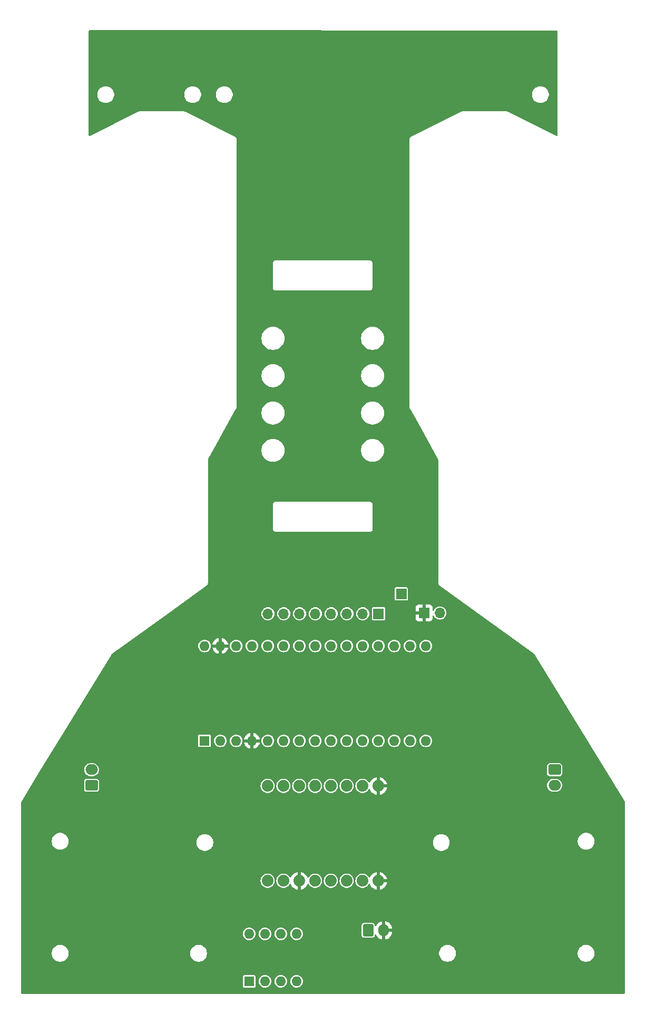
<source format=gbr>
%TF.GenerationSoftware,KiCad,Pcbnew,8.0.3*%
%TF.CreationDate,2025-03-11T13:15:15+08:00*%
%TF.ProjectId,uyLy_LFChassis,75794c79-5f4c-4464-9368-61737369732e,rev?*%
%TF.SameCoordinates,Original*%
%TF.FileFunction,Copper,L1,Top*%
%TF.FilePolarity,Positive*%
%FSLAX46Y46*%
G04 Gerber Fmt 4.6, Leading zero omitted, Abs format (unit mm)*
G04 Created by KiCad (PCBNEW 8.0.3) date 2025-03-11 13:15:15*
%MOMM*%
%LPD*%
G01*
G04 APERTURE LIST*
G04 Aperture macros list*
%AMRoundRect*
0 Rectangle with rounded corners*
0 $1 Rounding radius*
0 $2 $3 $4 $5 $6 $7 $8 $9 X,Y pos of 4 corners*
0 Add a 4 corners polygon primitive as box body*
4,1,4,$2,$3,$4,$5,$6,$7,$8,$9,$2,$3,0*
0 Add four circle primitives for the rounded corners*
1,1,$1+$1,$2,$3*
1,1,$1+$1,$4,$5*
1,1,$1+$1,$6,$7*
1,1,$1+$1,$8,$9*
0 Add four rect primitives between the rounded corners*
20,1,$1+$1,$2,$3,$4,$5,0*
20,1,$1+$1,$4,$5,$6,$7,0*
20,1,$1+$1,$6,$7,$8,$9,0*
20,1,$1+$1,$8,$9,$2,$3,0*%
G04 Aperture macros list end*
%TA.AperFunction,ComponentPad*%
%ADD10RoundRect,0.250000X-0.750000X0.600000X-0.750000X-0.600000X0.750000X-0.600000X0.750000X0.600000X0*%
%TD*%
%TA.AperFunction,ComponentPad*%
%ADD11O,2.000000X1.700000*%
%TD*%
%TA.AperFunction,ComponentPad*%
%ADD12RoundRect,0.250000X-0.600000X-0.750000X0.600000X-0.750000X0.600000X0.750000X-0.600000X0.750000X0*%
%TD*%
%TA.AperFunction,ComponentPad*%
%ADD13O,1.700000X2.000000*%
%TD*%
%TA.AperFunction,ComponentPad*%
%ADD14R,1.700000X1.700000*%
%TD*%
%TA.AperFunction,ComponentPad*%
%ADD15R,1.600000X1.600000*%
%TD*%
%TA.AperFunction,ComponentPad*%
%ADD16O,1.600000X1.600000*%
%TD*%
%TA.AperFunction,ComponentPad*%
%ADD17O,1.700000X1.700000*%
%TD*%
%TA.AperFunction,ComponentPad*%
%ADD18RoundRect,0.250000X0.750000X-0.600000X0.750000X0.600000X-0.750000X0.600000X-0.750000X-0.600000X0*%
%TD*%
%TA.AperFunction,ComponentPad*%
%ADD19C,1.879600*%
%TD*%
G04 APERTURE END LIST*
D10*
%TO.P,J2,1,Pin_1*%
%TO.N,MOTORB2*%
X333900000Y-246700000D03*
D11*
%TO.P,J2,2,Pin_2*%
%TO.N,MOTORB1*%
X333900000Y-249200000D03*
%TD*%
D12*
%TO.P,J4,1,Pin_1*%
%TO.N,7.4V*%
X303950000Y-272500000D03*
D13*
%TO.P,J4,2,Pin_2*%
%TO.N,GND*%
X306450000Y-272500000D03*
%TD*%
D14*
%TO.P,J6,1,Pin_1*%
%TO.N,LED_CTRL*%
X309275000Y-218450000D03*
%TD*%
D15*
%TO.P,SW1,1*%
%TO.N,unconnected-(SW1-Pad1)*%
X284830000Y-280700000D03*
D16*
%TO.P,SW1,2*%
%TO.N,unconnected-(SW1-Pad2)*%
X287370000Y-280700000D03*
%TO.P,SW1,3*%
%TO.N,unconnected-(SW1-Pad3)*%
X289910000Y-280700000D03*
%TO.P,SW1,4*%
%TO.N,7.4V*%
X292450000Y-280700000D03*
%TO.P,SW1,5*%
%TO.N,7.4V_SW*%
X292450000Y-273080000D03*
%TO.P,SW1,6*%
%TO.N,unconnected-(SW1-Pad6)*%
X289910000Y-273080000D03*
%TO.P,SW1,7*%
%TO.N,unconnected-(SW1-Pad7)*%
X287370000Y-273080000D03*
%TO.P,SW1,8*%
%TO.N,unconnected-(SW1-Pad8)*%
X284830000Y-273080000D03*
%TD*%
D14*
%TO.P,J5,1,Pin_1*%
%TO.N,GND*%
X312925000Y-221525000D03*
D17*
%TO.P,J5,2,Pin_2*%
%TO.N,5V*%
X315465000Y-221525000D03*
%TD*%
D15*
%TO.P,A1,1,D1/TX*%
%TO.N,unconnected-(A1-D1{slash}TX-Pad1)*%
X277650000Y-242060000D03*
D16*
%TO.P,A1,2,D0/RX*%
%TO.N,unconnected-(A1-D0{slash}RX-Pad2)*%
X280190000Y-242060000D03*
%TO.P,A1,3,~{RESET}*%
%TO.N,unconnected-(A1-~{RESET}-Pad3)*%
X282730000Y-242060000D03*
%TO.P,A1,4,GND*%
%TO.N,GND*%
X285270000Y-242060000D03*
%TO.P,A1,5,D2*%
%TO.N,unconnected-(A1-D2-Pad5)*%
X287810000Y-242060000D03*
%TO.P,A1,6,D3*%
%TO.N,PWMA*%
X290350000Y-242060000D03*
%TO.P,A1,7,D4*%
%TO.N,unconnected-(A1-D4-Pad7)*%
X292890000Y-242060000D03*
%TO.P,A1,8,D5*%
%TO.N,unconnected-(A1-D5-Pad8)*%
X295430000Y-242060000D03*
%TO.P,A1,9,D6*%
%TO.N,LED_CTRL*%
X297970000Y-242060000D03*
%TO.P,A1,10,D7*%
%TO.N,AIN2*%
X300510000Y-242060000D03*
%TO.P,A1,11,D8*%
%TO.N,AIN1*%
X303050000Y-242060000D03*
%TO.P,A1,12,D9*%
%TO.N,BIN1*%
X305590000Y-242060000D03*
%TO.P,A1,13,D10*%
%TO.N,BIN2*%
X308130000Y-242060000D03*
%TO.P,A1,14,D11*%
%TO.N,PWMB*%
X310670000Y-242060000D03*
%TO.P,A1,15,D12*%
%TO.N,unconnected-(A1-D12-Pad15)*%
X313210000Y-242060000D03*
%TO.P,A1,16,D13*%
%TO.N,unconnected-(A1-D13-Pad16)*%
X313210000Y-226820000D03*
%TO.P,A1,17,3V3*%
%TO.N,unconnected-(A1-3V3-Pad17)*%
X310670000Y-226820000D03*
%TO.P,A1,18,AREF*%
%TO.N,unconnected-(A1-AREF-Pad18)*%
X308130000Y-226820000D03*
%TO.P,A1,19,A0*%
%TO.N,SENSOR8*%
X305590000Y-226820000D03*
%TO.P,A1,20,A1*%
%TO.N,SENSOR7*%
X303050000Y-226820000D03*
%TO.P,A1,21,A2*%
%TO.N,SENSOR6*%
X300510000Y-226820000D03*
%TO.P,A1,22,A3*%
%TO.N,SENSOR5*%
X297970000Y-226820000D03*
%TO.P,A1,23,A4*%
%TO.N,SENSOR4*%
X295430000Y-226820000D03*
%TO.P,A1,24,A5*%
%TO.N,SENSOR3*%
X292890000Y-226820000D03*
%TO.P,A1,25,A6*%
%TO.N,SENSOR2*%
X290350000Y-226820000D03*
%TO.P,A1,26,A7*%
%TO.N,SENSOR1*%
X287810000Y-226820000D03*
%TO.P,A1,27,+5V*%
%TO.N,5V*%
X285270000Y-226820000D03*
%TO.P,A1,28,~{RESET}*%
%TO.N,unconnected-(A1-~{RESET}-Pad28)*%
X282730000Y-226820000D03*
%TO.P,A1,29,GND*%
%TO.N,GND*%
X280190000Y-226820000D03*
%TO.P,A1,30,VIN*%
%TO.N,7.4V_SW*%
X277650000Y-226820000D03*
%TD*%
D18*
%TO.P,J3,1,Pin_1*%
%TO.N,MOTORA1*%
X259500000Y-249200000D03*
D11*
%TO.P,J3,2,Pin_2*%
%TO.N,MOTORA2*%
X259500000Y-246700000D03*
%TD*%
D14*
%TO.P,J1,1,Pin_1*%
%TO.N,SENSOR8*%
X305610000Y-221650000D03*
D17*
%TO.P,J1,2,Pin_2*%
%TO.N,SENSOR7*%
X303070000Y-221650000D03*
%TO.P,J1,3,Pin_3*%
%TO.N,SENSOR6*%
X300530000Y-221650000D03*
%TO.P,J1,4,Pin_4*%
%TO.N,SENSOR5*%
X297990000Y-221650000D03*
%TO.P,J1,5,Pin_5*%
%TO.N,SENSOR4*%
X295450000Y-221650000D03*
%TO.P,J1,6,Pin_6*%
%TO.N,SENSOR3*%
X292910000Y-221650000D03*
%TO.P,J1,7,Pin_7*%
%TO.N,SENSOR2*%
X290370000Y-221650000D03*
%TO.P,J1,8,Pin_8*%
%TO.N,SENSOR1*%
X287830000Y-221650000D03*
%TD*%
D19*
%TO.P,U1,1,VM*%
%TO.N,7.4V_SW*%
X287785000Y-264540000D03*
%TO.P,U1,2,VCC*%
%TO.N,5V*%
X290325000Y-264540000D03*
%TO.P,U1,3,GND*%
%TO.N,GND*%
X292865000Y-264540000D03*
%TO.P,U1,4,A01*%
%TO.N,MOTORA1*%
X295405000Y-264540000D03*
%TO.P,U1,5,A02*%
%TO.N,MOTORA2*%
X297945000Y-264540000D03*
%TO.P,U1,6,B02*%
%TO.N,MOTORB2*%
X300485000Y-264540000D03*
%TO.P,U1,7,B01*%
%TO.N,MOTORB1*%
X303025000Y-264540000D03*
%TO.P,U1,8,GND*%
%TO.N,GND*%
X305565000Y-264540000D03*
%TO.P,U1,9,GND*%
X305565000Y-249300000D03*
%TO.P,U1,10,PWMB*%
%TO.N,PWMB*%
X303025000Y-249300000D03*
%TO.P,U1,11,BIN2*%
%TO.N,BIN2*%
X300485000Y-249300000D03*
%TO.P,U1,12,BIN1*%
%TO.N,BIN1*%
X297945000Y-249300000D03*
%TO.P,U1,13,STBY*%
%TO.N,5V*%
X295405000Y-249300000D03*
%TO.P,U1,14,AIN1*%
%TO.N,AIN1*%
X292865000Y-249300000D03*
%TO.P,U1,15,AIN1*%
%TO.N,AIN2*%
X290325000Y-249300000D03*
%TO.P,U1,16,PWMA*%
%TO.N,PWMA*%
X287785000Y-249300000D03*
%TD*%
%TA.AperFunction,Conductor*%
%TO.N,GND*%
G36*
X334225583Y-127950090D02*
G01*
X334292608Y-127969819D01*
X334338328Y-128022652D01*
X334349500Y-128074090D01*
X334349500Y-144764538D01*
X334329815Y-144831577D01*
X334277011Y-144877332D01*
X334207853Y-144887276D01*
X334170046Y-144875447D01*
X326440572Y-141010710D01*
X326434038Y-141007194D01*
X326393186Y-140983608D01*
X326393185Y-140983607D01*
X326393184Y-140983607D01*
X326393180Y-140983605D01*
X326390615Y-140982918D01*
X326367268Y-140974057D01*
X326364896Y-140972871D01*
X326364893Y-140972870D01*
X326318680Y-140963413D01*
X326311452Y-140961707D01*
X326304696Y-140959896D01*
X326265895Y-140949500D01*
X326265892Y-140949500D01*
X326263244Y-140949500D01*
X326238386Y-140946983D01*
X326235785Y-140946450D01*
X326188705Y-140949277D01*
X326181275Y-140949500D01*
X319108725Y-140949500D01*
X319101295Y-140949277D01*
X319054213Y-140946450D01*
X319051614Y-140946983D01*
X319026756Y-140949500D01*
X319024103Y-140949500D01*
X318978539Y-140961708D01*
X318971312Y-140963414D01*
X318925108Y-140972869D01*
X318925097Y-140972873D01*
X318922716Y-140974064D01*
X318899386Y-140982918D01*
X318896818Y-140983606D01*
X318896815Y-140983607D01*
X318896814Y-140983608D01*
X318864560Y-141002229D01*
X318855967Y-141007191D01*
X318849422Y-141010712D01*
X310922666Y-144974090D01*
X310899341Y-144982946D01*
X310898093Y-144983280D01*
X310896705Y-144983653D01*
X310855916Y-145007215D01*
X310849360Y-145010743D01*
X310807236Y-145031806D01*
X310807230Y-145031809D01*
X310805182Y-145033625D01*
X310784966Y-145048198D01*
X310782598Y-145049565D01*
X310782593Y-145049570D01*
X310749288Y-145082889D01*
X310743861Y-145088001D01*
X310708636Y-145119239D01*
X310708630Y-145119244D01*
X310707123Y-145121526D01*
X310691361Y-145140845D01*
X310689431Y-145142775D01*
X310665895Y-145183561D01*
X310661977Y-145189901D01*
X310636022Y-145229214D01*
X310636018Y-145229222D01*
X310635156Y-145231809D01*
X310624931Y-145254550D01*
X310623566Y-145256914D01*
X310623561Y-145256927D01*
X310611379Y-145302429D01*
X310609236Y-145309568D01*
X310594346Y-145354239D01*
X310594183Y-145356967D01*
X310590191Y-145381585D01*
X310589484Y-145384224D01*
X310589495Y-145431316D01*
X310589272Y-145438770D01*
X310586450Y-145485785D01*
X310586450Y-145485786D01*
X310586998Y-145488461D01*
X310589514Y-145513286D01*
X310599497Y-188435219D01*
X310599482Y-188437164D01*
X310598539Y-188498143D01*
X310598692Y-188499460D01*
X310598724Y-188500017D01*
X310598869Y-188501111D01*
X310599107Y-188503035D01*
X310599235Y-188504143D01*
X310599342Y-188504701D01*
X310599513Y-188506003D01*
X310615311Y-188564907D01*
X310615800Y-188566788D01*
X310630677Y-188625955D01*
X310631162Y-188627178D01*
X310631338Y-188627710D01*
X310631767Y-188628744D01*
X310632498Y-188630549D01*
X310632899Y-188631561D01*
X310633147Y-188632074D01*
X310633652Y-188633293D01*
X310664151Y-188686092D01*
X310665111Y-188687784D01*
X311987995Y-191063222D01*
X315094599Y-196641601D01*
X315183834Y-196801835D01*
X315199500Y-196862166D01*
X315199500Y-216668335D01*
X315198865Y-216680871D01*
X315195402Y-216714946D01*
X315195402Y-216714948D01*
X315197906Y-216730411D01*
X315199500Y-216750230D01*
X315199500Y-216765893D01*
X315208361Y-216798966D01*
X315210990Y-216811233D01*
X315216463Y-216845033D01*
X315216464Y-216845034D01*
X315216464Y-216845035D01*
X315216465Y-216845037D01*
X315218830Y-216850300D01*
X315222884Y-216859323D01*
X315229552Y-216878050D01*
X315233607Y-216893186D01*
X315233608Y-216893187D01*
X315250726Y-216922836D01*
X315256443Y-216934009D01*
X315270479Y-216965243D01*
X315280380Y-216977385D01*
X315291663Y-216993741D01*
X315299500Y-217007314D01*
X315323717Y-217031531D01*
X315332125Y-217040837D01*
X315353765Y-217067373D01*
X315366474Y-217076540D01*
X315381608Y-217089422D01*
X315392686Y-217100500D01*
X315422074Y-217117467D01*
X315422335Y-217117618D01*
X315432876Y-217124437D01*
X330555896Y-228032845D01*
X330588998Y-228068486D01*
X330607672Y-228098871D01*
X345181143Y-251811635D01*
X345199500Y-251876561D01*
X345199500Y-282575500D01*
X345179815Y-282642539D01*
X345127011Y-282688294D01*
X345075500Y-282699500D01*
X248324500Y-282699500D01*
X248257461Y-282679815D01*
X248211706Y-282627011D01*
X248200500Y-282575500D01*
X248200500Y-279880247D01*
X283829500Y-279880247D01*
X283829500Y-281519752D01*
X283841131Y-281578229D01*
X283841132Y-281578230D01*
X283885447Y-281644552D01*
X283951769Y-281688867D01*
X283951770Y-281688868D01*
X284010247Y-281700499D01*
X284010250Y-281700500D01*
X284010252Y-281700500D01*
X285649750Y-281700500D01*
X285649751Y-281700499D01*
X285664568Y-281697552D01*
X285708229Y-281688868D01*
X285708229Y-281688867D01*
X285708231Y-281688867D01*
X285774552Y-281644552D01*
X285818867Y-281578231D01*
X285818867Y-281578229D01*
X285818868Y-281578229D01*
X285830499Y-281519752D01*
X285830500Y-281519750D01*
X285830500Y-280700000D01*
X286364659Y-280700000D01*
X286383975Y-280896129D01*
X286441188Y-281084733D01*
X286534086Y-281258532D01*
X286534090Y-281258539D01*
X286659116Y-281410883D01*
X286811460Y-281535909D01*
X286811467Y-281535913D01*
X286985266Y-281628811D01*
X286985269Y-281628811D01*
X286985273Y-281628814D01*
X287173868Y-281686024D01*
X287370000Y-281705341D01*
X287566132Y-281686024D01*
X287754727Y-281628814D01*
X287928538Y-281535910D01*
X288080883Y-281410883D01*
X288205910Y-281258538D01*
X288298814Y-281084727D01*
X288356024Y-280896132D01*
X288375341Y-280700000D01*
X288904659Y-280700000D01*
X288923975Y-280896129D01*
X288981188Y-281084733D01*
X289074086Y-281258532D01*
X289074090Y-281258539D01*
X289199116Y-281410883D01*
X289351460Y-281535909D01*
X289351467Y-281535913D01*
X289525266Y-281628811D01*
X289525269Y-281628811D01*
X289525273Y-281628814D01*
X289713868Y-281686024D01*
X289910000Y-281705341D01*
X290106132Y-281686024D01*
X290294727Y-281628814D01*
X290468538Y-281535910D01*
X290620883Y-281410883D01*
X290745910Y-281258538D01*
X290838814Y-281084727D01*
X290896024Y-280896132D01*
X290915341Y-280700000D01*
X291444659Y-280700000D01*
X291463975Y-280896129D01*
X291521188Y-281084733D01*
X291614086Y-281258532D01*
X291614090Y-281258539D01*
X291739116Y-281410883D01*
X291891460Y-281535909D01*
X291891467Y-281535913D01*
X292065266Y-281628811D01*
X292065269Y-281628811D01*
X292065273Y-281628814D01*
X292253868Y-281686024D01*
X292450000Y-281705341D01*
X292646132Y-281686024D01*
X292834727Y-281628814D01*
X293008538Y-281535910D01*
X293160883Y-281410883D01*
X293285910Y-281258538D01*
X293378814Y-281084727D01*
X293436024Y-280896132D01*
X293455341Y-280700000D01*
X293436024Y-280503868D01*
X293378814Y-280315273D01*
X293378811Y-280315269D01*
X293378811Y-280315266D01*
X293285913Y-280141467D01*
X293285909Y-280141460D01*
X293160883Y-279989116D01*
X293008539Y-279864090D01*
X293008532Y-279864086D01*
X292834733Y-279771188D01*
X292834727Y-279771186D01*
X292646132Y-279713976D01*
X292646129Y-279713975D01*
X292450000Y-279694659D01*
X292253870Y-279713975D01*
X292065266Y-279771188D01*
X291891467Y-279864086D01*
X291891460Y-279864090D01*
X291739116Y-279989116D01*
X291614090Y-280141460D01*
X291614086Y-280141467D01*
X291521188Y-280315266D01*
X291463975Y-280503870D01*
X291444659Y-280700000D01*
X290915341Y-280700000D01*
X290896024Y-280503868D01*
X290838814Y-280315273D01*
X290838811Y-280315269D01*
X290838811Y-280315266D01*
X290745913Y-280141467D01*
X290745909Y-280141460D01*
X290620883Y-279989116D01*
X290468539Y-279864090D01*
X290468532Y-279864086D01*
X290294733Y-279771188D01*
X290294727Y-279771186D01*
X290106132Y-279713976D01*
X290106129Y-279713975D01*
X289910000Y-279694659D01*
X289713870Y-279713975D01*
X289525266Y-279771188D01*
X289351467Y-279864086D01*
X289351460Y-279864090D01*
X289199116Y-279989116D01*
X289074090Y-280141460D01*
X289074086Y-280141467D01*
X288981188Y-280315266D01*
X288923975Y-280503870D01*
X288904659Y-280700000D01*
X288375341Y-280700000D01*
X288356024Y-280503868D01*
X288298814Y-280315273D01*
X288298811Y-280315269D01*
X288298811Y-280315266D01*
X288205913Y-280141467D01*
X288205909Y-280141460D01*
X288080883Y-279989116D01*
X287928539Y-279864090D01*
X287928532Y-279864086D01*
X287754733Y-279771188D01*
X287754727Y-279771186D01*
X287566132Y-279713976D01*
X287566129Y-279713975D01*
X287370000Y-279694659D01*
X287173870Y-279713975D01*
X286985266Y-279771188D01*
X286811467Y-279864086D01*
X286811460Y-279864090D01*
X286659116Y-279989116D01*
X286534090Y-280141460D01*
X286534086Y-280141467D01*
X286441188Y-280315266D01*
X286383975Y-280503870D01*
X286364659Y-280700000D01*
X285830500Y-280700000D01*
X285830500Y-279880249D01*
X285830499Y-279880247D01*
X285818868Y-279821770D01*
X285818867Y-279821769D01*
X285774552Y-279755447D01*
X285708230Y-279711132D01*
X285708229Y-279711131D01*
X285649752Y-279699500D01*
X285649748Y-279699500D01*
X284010252Y-279699500D01*
X284010247Y-279699500D01*
X283951770Y-279711131D01*
X283951769Y-279711132D01*
X283885447Y-279755447D01*
X283841132Y-279821769D01*
X283841131Y-279821770D01*
X283829500Y-279880247D01*
X248200500Y-279880247D01*
X248200500Y-276093713D01*
X253099500Y-276093713D01*
X253099500Y-276306286D01*
X253132753Y-276516239D01*
X253198444Y-276718414D01*
X253294951Y-276907820D01*
X253419890Y-277079786D01*
X253570213Y-277230109D01*
X253742179Y-277355048D01*
X253742181Y-277355049D01*
X253742184Y-277355051D01*
X253931588Y-277451557D01*
X254133757Y-277517246D01*
X254343713Y-277550500D01*
X254343714Y-277550500D01*
X254556286Y-277550500D01*
X254556287Y-277550500D01*
X254766243Y-277517246D01*
X254968412Y-277451557D01*
X255157816Y-277355051D01*
X255179789Y-277339086D01*
X255329786Y-277230109D01*
X255329788Y-277230106D01*
X255329792Y-277230104D01*
X255480104Y-277079792D01*
X255480106Y-277079788D01*
X255480109Y-277079786D01*
X255605048Y-276907820D01*
X255605047Y-276907820D01*
X255605051Y-276907816D01*
X255701557Y-276718412D01*
X255767246Y-276516243D01*
X255800500Y-276306287D01*
X255800500Y-276093713D01*
X275349500Y-276093713D01*
X275349500Y-276306286D01*
X275382753Y-276516239D01*
X275448444Y-276718414D01*
X275544951Y-276907820D01*
X275669890Y-277079786D01*
X275820213Y-277230109D01*
X275992179Y-277355048D01*
X275992181Y-277355049D01*
X275992184Y-277355051D01*
X276181588Y-277451557D01*
X276383757Y-277517246D01*
X276593713Y-277550500D01*
X276593714Y-277550500D01*
X276806286Y-277550500D01*
X276806287Y-277550500D01*
X277016243Y-277517246D01*
X277218412Y-277451557D01*
X277407816Y-277355051D01*
X277429789Y-277339086D01*
X277579786Y-277230109D01*
X277579788Y-277230106D01*
X277579792Y-277230104D01*
X277730104Y-277079792D01*
X277730106Y-277079788D01*
X277730109Y-277079786D01*
X277855048Y-276907820D01*
X277855047Y-276907820D01*
X277855051Y-276907816D01*
X277951557Y-276718412D01*
X278017246Y-276516243D01*
X278050500Y-276306287D01*
X278050500Y-276093713D01*
X315349500Y-276093713D01*
X315349500Y-276306286D01*
X315382753Y-276516239D01*
X315448444Y-276718414D01*
X315544951Y-276907820D01*
X315669890Y-277079786D01*
X315820213Y-277230109D01*
X315992179Y-277355048D01*
X315992181Y-277355049D01*
X315992184Y-277355051D01*
X316181588Y-277451557D01*
X316383757Y-277517246D01*
X316593713Y-277550500D01*
X316593714Y-277550500D01*
X316806286Y-277550500D01*
X316806287Y-277550500D01*
X317016243Y-277517246D01*
X317218412Y-277451557D01*
X317407816Y-277355051D01*
X317429789Y-277339086D01*
X317579786Y-277230109D01*
X317579788Y-277230106D01*
X317579792Y-277230104D01*
X317730104Y-277079792D01*
X317730106Y-277079788D01*
X317730109Y-277079786D01*
X317855048Y-276907820D01*
X317855047Y-276907820D01*
X317855051Y-276907816D01*
X317951557Y-276718412D01*
X318017246Y-276516243D01*
X318050500Y-276306287D01*
X318050500Y-276093713D01*
X337599500Y-276093713D01*
X337599500Y-276306286D01*
X337632753Y-276516239D01*
X337698444Y-276718414D01*
X337794951Y-276907820D01*
X337919890Y-277079786D01*
X338070213Y-277230109D01*
X338242179Y-277355048D01*
X338242181Y-277355049D01*
X338242184Y-277355051D01*
X338431588Y-277451557D01*
X338633757Y-277517246D01*
X338843713Y-277550500D01*
X338843714Y-277550500D01*
X339056286Y-277550500D01*
X339056287Y-277550500D01*
X339266243Y-277517246D01*
X339468412Y-277451557D01*
X339657816Y-277355051D01*
X339679789Y-277339086D01*
X339829786Y-277230109D01*
X339829788Y-277230106D01*
X339829792Y-277230104D01*
X339980104Y-277079792D01*
X339980106Y-277079788D01*
X339980109Y-277079786D01*
X340105048Y-276907820D01*
X340105047Y-276907820D01*
X340105051Y-276907816D01*
X340201557Y-276718412D01*
X340267246Y-276516243D01*
X340300500Y-276306287D01*
X340300500Y-276093713D01*
X340267246Y-275883757D01*
X340201557Y-275681588D01*
X340105051Y-275492184D01*
X340105049Y-275492181D01*
X340105048Y-275492179D01*
X339980109Y-275320213D01*
X339829786Y-275169890D01*
X339657820Y-275044951D01*
X339468414Y-274948444D01*
X339468413Y-274948443D01*
X339468412Y-274948443D01*
X339266243Y-274882754D01*
X339266241Y-274882753D01*
X339266240Y-274882753D01*
X339104957Y-274857208D01*
X339056287Y-274849500D01*
X338843713Y-274849500D01*
X338795042Y-274857208D01*
X338633760Y-274882753D01*
X338431585Y-274948444D01*
X338242179Y-275044951D01*
X338070213Y-275169890D01*
X337919890Y-275320213D01*
X337794951Y-275492179D01*
X337698444Y-275681585D01*
X337632753Y-275883760D01*
X337599500Y-276093713D01*
X318050500Y-276093713D01*
X318017246Y-275883757D01*
X317951557Y-275681588D01*
X317855051Y-275492184D01*
X317855049Y-275492181D01*
X317855048Y-275492179D01*
X317730109Y-275320213D01*
X317579786Y-275169890D01*
X317407820Y-275044951D01*
X317218414Y-274948444D01*
X317218413Y-274948443D01*
X317218412Y-274948443D01*
X317016243Y-274882754D01*
X317016241Y-274882753D01*
X317016240Y-274882753D01*
X316854957Y-274857208D01*
X316806287Y-274849500D01*
X316593713Y-274849500D01*
X316545042Y-274857208D01*
X316383760Y-274882753D01*
X316181585Y-274948444D01*
X315992179Y-275044951D01*
X315820213Y-275169890D01*
X315669890Y-275320213D01*
X315544951Y-275492179D01*
X315448444Y-275681585D01*
X315382753Y-275883760D01*
X315349500Y-276093713D01*
X278050500Y-276093713D01*
X278017246Y-275883757D01*
X277951557Y-275681588D01*
X277855051Y-275492184D01*
X277855049Y-275492181D01*
X277855048Y-275492179D01*
X277730109Y-275320213D01*
X277579786Y-275169890D01*
X277407820Y-275044951D01*
X277218414Y-274948444D01*
X277218413Y-274948443D01*
X277218412Y-274948443D01*
X277016243Y-274882754D01*
X277016241Y-274882753D01*
X277016240Y-274882753D01*
X276854957Y-274857208D01*
X276806287Y-274849500D01*
X276593713Y-274849500D01*
X276545042Y-274857208D01*
X276383760Y-274882753D01*
X276181585Y-274948444D01*
X275992179Y-275044951D01*
X275820213Y-275169890D01*
X275669890Y-275320213D01*
X275544951Y-275492179D01*
X275448444Y-275681585D01*
X275382753Y-275883760D01*
X275349500Y-276093713D01*
X255800500Y-276093713D01*
X255767246Y-275883757D01*
X255701557Y-275681588D01*
X255605051Y-275492184D01*
X255605049Y-275492181D01*
X255605048Y-275492179D01*
X255480109Y-275320213D01*
X255329786Y-275169890D01*
X255157820Y-275044951D01*
X254968414Y-274948444D01*
X254968413Y-274948443D01*
X254968412Y-274948443D01*
X254766243Y-274882754D01*
X254766241Y-274882753D01*
X254766240Y-274882753D01*
X254604957Y-274857208D01*
X254556287Y-274849500D01*
X254343713Y-274849500D01*
X254295042Y-274857208D01*
X254133760Y-274882753D01*
X253931585Y-274948444D01*
X253742179Y-275044951D01*
X253570213Y-275169890D01*
X253419890Y-275320213D01*
X253294951Y-275492179D01*
X253198444Y-275681585D01*
X253132753Y-275883760D01*
X253099500Y-276093713D01*
X248200500Y-276093713D01*
X248200500Y-273080000D01*
X283824659Y-273080000D01*
X283843975Y-273276129D01*
X283901188Y-273464733D01*
X283994086Y-273638532D01*
X283994090Y-273638539D01*
X284119116Y-273790883D01*
X284271460Y-273915909D01*
X284271467Y-273915913D01*
X284445266Y-274008811D01*
X284445269Y-274008811D01*
X284445273Y-274008814D01*
X284633868Y-274066024D01*
X284830000Y-274085341D01*
X285026132Y-274066024D01*
X285214727Y-274008814D01*
X285273817Y-273977230D01*
X285388532Y-273915913D01*
X285388538Y-273915910D01*
X285540883Y-273790883D01*
X285665910Y-273638538D01*
X285758814Y-273464727D01*
X285816024Y-273276132D01*
X285835341Y-273080000D01*
X286364659Y-273080000D01*
X286383975Y-273276129D01*
X286441188Y-273464733D01*
X286534086Y-273638532D01*
X286534090Y-273638539D01*
X286659116Y-273790883D01*
X286811460Y-273915909D01*
X286811467Y-273915913D01*
X286985266Y-274008811D01*
X286985269Y-274008811D01*
X286985273Y-274008814D01*
X287173868Y-274066024D01*
X287370000Y-274085341D01*
X287566132Y-274066024D01*
X287754727Y-274008814D01*
X287813817Y-273977230D01*
X287928532Y-273915913D01*
X287928538Y-273915910D01*
X288080883Y-273790883D01*
X288205910Y-273638538D01*
X288298814Y-273464727D01*
X288356024Y-273276132D01*
X288375341Y-273080000D01*
X288904659Y-273080000D01*
X288923975Y-273276129D01*
X288981188Y-273464733D01*
X289074086Y-273638532D01*
X289074090Y-273638539D01*
X289199116Y-273790883D01*
X289351460Y-273915909D01*
X289351467Y-273915913D01*
X289525266Y-274008811D01*
X289525269Y-274008811D01*
X289525273Y-274008814D01*
X289713868Y-274066024D01*
X289910000Y-274085341D01*
X290106132Y-274066024D01*
X290294727Y-274008814D01*
X290353817Y-273977230D01*
X290468532Y-273915913D01*
X290468538Y-273915910D01*
X290620883Y-273790883D01*
X290745910Y-273638538D01*
X290838814Y-273464727D01*
X290896024Y-273276132D01*
X290915341Y-273080000D01*
X291444659Y-273080000D01*
X291463975Y-273276129D01*
X291521188Y-273464733D01*
X291614086Y-273638532D01*
X291614090Y-273638539D01*
X291739116Y-273790883D01*
X291891460Y-273915909D01*
X291891467Y-273915913D01*
X292065266Y-274008811D01*
X292065269Y-274008811D01*
X292065273Y-274008814D01*
X292253868Y-274066024D01*
X292450000Y-274085341D01*
X292646132Y-274066024D01*
X292834727Y-274008814D01*
X292893817Y-273977230D01*
X293008532Y-273915913D01*
X293008538Y-273915910D01*
X293160883Y-273790883D01*
X293285910Y-273638538D01*
X293378814Y-273464727D01*
X293436024Y-273276132D01*
X293455341Y-273080000D01*
X293436024Y-272883868D01*
X293378814Y-272695273D01*
X293378811Y-272695269D01*
X293378811Y-272695266D01*
X293285913Y-272521467D01*
X293285909Y-272521460D01*
X293160883Y-272369116D01*
X293008539Y-272244090D01*
X293008532Y-272244086D01*
X292834733Y-272151188D01*
X292834727Y-272151186D01*
X292646132Y-272093976D01*
X292646129Y-272093975D01*
X292450000Y-272074659D01*
X292253870Y-272093975D01*
X292065266Y-272151188D01*
X291891467Y-272244086D01*
X291891460Y-272244090D01*
X291739116Y-272369116D01*
X291614090Y-272521460D01*
X291614086Y-272521467D01*
X291521188Y-272695266D01*
X291463975Y-272883870D01*
X291444659Y-273080000D01*
X290915341Y-273080000D01*
X290896024Y-272883868D01*
X290838814Y-272695273D01*
X290838811Y-272695269D01*
X290838811Y-272695266D01*
X290745913Y-272521467D01*
X290745909Y-272521460D01*
X290620883Y-272369116D01*
X290468539Y-272244090D01*
X290468532Y-272244086D01*
X290294733Y-272151188D01*
X290294727Y-272151186D01*
X290106132Y-272093976D01*
X290106129Y-272093975D01*
X289910000Y-272074659D01*
X289713870Y-272093975D01*
X289525266Y-272151188D01*
X289351467Y-272244086D01*
X289351460Y-272244090D01*
X289199116Y-272369116D01*
X289074090Y-272521460D01*
X289074086Y-272521467D01*
X288981188Y-272695266D01*
X288923975Y-272883870D01*
X288904659Y-273080000D01*
X288375341Y-273080000D01*
X288356024Y-272883868D01*
X288298814Y-272695273D01*
X288298811Y-272695269D01*
X288298811Y-272695266D01*
X288205913Y-272521467D01*
X288205909Y-272521460D01*
X288080883Y-272369116D01*
X287928539Y-272244090D01*
X287928532Y-272244086D01*
X287754733Y-272151188D01*
X287754727Y-272151186D01*
X287566132Y-272093976D01*
X287566129Y-272093975D01*
X287370000Y-272074659D01*
X287173870Y-272093975D01*
X286985266Y-272151188D01*
X286811467Y-272244086D01*
X286811460Y-272244090D01*
X286659116Y-272369116D01*
X286534090Y-272521460D01*
X286534086Y-272521467D01*
X286441188Y-272695266D01*
X286383975Y-272883870D01*
X286364659Y-273080000D01*
X285835341Y-273080000D01*
X285816024Y-272883868D01*
X285758814Y-272695273D01*
X285758811Y-272695269D01*
X285758811Y-272695266D01*
X285665913Y-272521467D01*
X285665909Y-272521460D01*
X285540883Y-272369116D01*
X285388539Y-272244090D01*
X285388532Y-272244086D01*
X285214733Y-272151188D01*
X285214727Y-272151186D01*
X285026132Y-272093976D01*
X285026129Y-272093975D01*
X284830000Y-272074659D01*
X284633870Y-272093975D01*
X284445266Y-272151188D01*
X284271467Y-272244086D01*
X284271460Y-272244090D01*
X284119116Y-272369116D01*
X283994090Y-272521460D01*
X283994086Y-272521467D01*
X283901188Y-272695266D01*
X283843975Y-272883870D01*
X283824659Y-273080000D01*
X248200500Y-273080000D01*
X248200500Y-271695730D01*
X302899500Y-271695730D01*
X302899500Y-273304269D01*
X302902353Y-273334699D01*
X302902353Y-273334701D01*
X302947206Y-273462880D01*
X302947207Y-273462882D01*
X303027850Y-273572150D01*
X303137118Y-273652793D01*
X303179845Y-273667744D01*
X303265299Y-273697646D01*
X303295730Y-273700500D01*
X303295734Y-273700500D01*
X304604270Y-273700500D01*
X304634699Y-273697646D01*
X304634701Y-273697646D01*
X304698790Y-273675219D01*
X304762882Y-273652793D01*
X304872150Y-273572150D01*
X304952793Y-273462882D01*
X304989648Y-273357557D01*
X304997646Y-273334701D01*
X304997646Y-273334699D01*
X305000500Y-273304269D01*
X305000500Y-273295323D01*
X305020185Y-273228284D01*
X305072989Y-273182529D01*
X305142147Y-273172585D01*
X305205703Y-273201610D01*
X305234985Y-273239028D01*
X305295379Y-273357557D01*
X305420272Y-273529459D01*
X305420276Y-273529464D01*
X305570535Y-273679723D01*
X305570540Y-273679727D01*
X305742442Y-273804620D01*
X305931782Y-273901095D01*
X306133871Y-273966757D01*
X306200000Y-273977231D01*
X306200000Y-272933012D01*
X306257007Y-272965925D01*
X306384174Y-273000000D01*
X306515826Y-273000000D01*
X306642993Y-272965925D01*
X306700000Y-272933012D01*
X306700000Y-273977230D01*
X306766126Y-273966757D01*
X306766129Y-273966757D01*
X306968217Y-273901095D01*
X307157557Y-273804620D01*
X307329459Y-273679727D01*
X307329464Y-273679723D01*
X307479723Y-273529464D01*
X307479727Y-273529459D01*
X307604620Y-273357557D01*
X307701095Y-273168217D01*
X307766757Y-272966130D01*
X307766757Y-272966127D01*
X307800000Y-272756246D01*
X307800000Y-272750000D01*
X306883012Y-272750000D01*
X306915925Y-272692993D01*
X306950000Y-272565826D01*
X306950000Y-272434174D01*
X306915925Y-272307007D01*
X306883012Y-272250000D01*
X307800000Y-272250000D01*
X307800000Y-272243753D01*
X307766757Y-272033872D01*
X307766757Y-272033869D01*
X307701095Y-271831782D01*
X307604620Y-271642442D01*
X307479727Y-271470540D01*
X307479723Y-271470535D01*
X307329464Y-271320276D01*
X307329459Y-271320272D01*
X307157557Y-271195379D01*
X306968215Y-271098903D01*
X306766124Y-271033241D01*
X306700000Y-271022768D01*
X306700000Y-272066988D01*
X306642993Y-272034075D01*
X306515826Y-272000000D01*
X306384174Y-272000000D01*
X306257007Y-272034075D01*
X306200000Y-272066988D01*
X306200000Y-271022768D01*
X306199999Y-271022768D01*
X306133875Y-271033241D01*
X305931784Y-271098903D01*
X305742442Y-271195379D01*
X305570540Y-271320272D01*
X305570535Y-271320276D01*
X305420276Y-271470535D01*
X305420272Y-271470540D01*
X305295379Y-271642442D01*
X305234985Y-271760971D01*
X305187010Y-271811767D01*
X305119189Y-271828562D01*
X305053054Y-271806024D01*
X305009603Y-271751309D01*
X305000500Y-271704676D01*
X305000500Y-271695730D01*
X304997646Y-271665300D01*
X304997646Y-271665298D01*
X304952793Y-271537119D01*
X304952792Y-271537117D01*
X304903656Y-271470540D01*
X304872150Y-271427850D01*
X304762882Y-271347207D01*
X304762880Y-271347206D01*
X304634700Y-271302353D01*
X304604270Y-271299500D01*
X304604266Y-271299500D01*
X303295734Y-271299500D01*
X303295730Y-271299500D01*
X303265300Y-271302353D01*
X303265298Y-271302353D01*
X303137119Y-271347206D01*
X303137117Y-271347207D01*
X303027850Y-271427850D01*
X302947207Y-271537117D01*
X302947206Y-271537119D01*
X302902353Y-271665298D01*
X302902353Y-271665300D01*
X302899500Y-271695730D01*
X248200500Y-271695730D01*
X248200500Y-264539999D01*
X286639815Y-264539999D01*
X286639815Y-264540000D01*
X286659313Y-264750426D01*
X286659314Y-264750429D01*
X286717144Y-264953684D01*
X286717147Y-264953690D01*
X286811344Y-265142862D01*
X286938699Y-265311508D01*
X287065797Y-265427372D01*
X287094872Y-265453877D01*
X287274547Y-265565128D01*
X287471605Y-265641468D01*
X287679336Y-265680300D01*
X287679338Y-265680300D01*
X287890662Y-265680300D01*
X287890664Y-265680300D01*
X288098395Y-265641468D01*
X288295453Y-265565128D01*
X288475128Y-265453877D01*
X288631302Y-265311506D01*
X288758656Y-265142862D01*
X288852853Y-264953689D01*
X288852853Y-264953686D01*
X288852855Y-264953684D01*
X288885968Y-264837298D01*
X288910686Y-264750427D01*
X288930185Y-264540000D01*
X288930185Y-264539999D01*
X289179815Y-264539999D01*
X289179815Y-264540000D01*
X289199313Y-264750426D01*
X289199314Y-264750429D01*
X289257144Y-264953684D01*
X289257147Y-264953690D01*
X289351344Y-265142862D01*
X289478699Y-265311508D01*
X289605797Y-265427372D01*
X289634872Y-265453877D01*
X289814547Y-265565128D01*
X290011605Y-265641468D01*
X290219336Y-265680300D01*
X290219338Y-265680300D01*
X290430662Y-265680300D01*
X290430664Y-265680300D01*
X290638395Y-265641468D01*
X290835453Y-265565128D01*
X291015128Y-265453877D01*
X291171302Y-265311506D01*
X291298656Y-265142862D01*
X291318009Y-265103995D01*
X291365510Y-265052761D01*
X291433173Y-265035339D01*
X291499513Y-265057264D01*
X291542564Y-265109459D01*
X291594393Y-265227619D01*
X291724899Y-265427372D01*
X291724907Y-265427383D01*
X291886504Y-265602922D01*
X291886514Y-265602931D01*
X292074801Y-265749481D01*
X292074810Y-265749487D01*
X292284650Y-265863046D01*
X292284660Y-265863051D01*
X292510338Y-265940526D01*
X292615000Y-265957990D01*
X292615000Y-265040909D01*
X292649311Y-265060719D01*
X292791433Y-265098800D01*
X292938567Y-265098800D01*
X293080689Y-265060719D01*
X293115000Y-265040909D01*
X293115000Y-265957989D01*
X293219661Y-265940526D01*
X293445339Y-265863051D01*
X293445349Y-265863046D01*
X293655189Y-265749487D01*
X293655198Y-265749481D01*
X293843485Y-265602931D01*
X293843495Y-265602922D01*
X294005092Y-265427383D01*
X294005100Y-265427372D01*
X294135607Y-265227617D01*
X294187435Y-265109460D01*
X294232390Y-265055974D01*
X294299126Y-265035283D01*
X294366454Y-265053957D01*
X294411991Y-265103996D01*
X294431345Y-265142864D01*
X294558699Y-265311508D01*
X294685797Y-265427372D01*
X294714872Y-265453877D01*
X294894547Y-265565128D01*
X295091605Y-265641468D01*
X295299336Y-265680300D01*
X295299338Y-265680300D01*
X295510662Y-265680300D01*
X295510664Y-265680300D01*
X295718395Y-265641468D01*
X295915453Y-265565128D01*
X296095128Y-265453877D01*
X296251302Y-265311506D01*
X296378656Y-265142862D01*
X296472853Y-264953689D01*
X296472853Y-264953686D01*
X296472855Y-264953684D01*
X296505968Y-264837298D01*
X296530686Y-264750427D01*
X296550185Y-264540000D01*
X296550185Y-264539999D01*
X296799815Y-264539999D01*
X296799815Y-264540000D01*
X296819313Y-264750426D01*
X296819314Y-264750429D01*
X296877144Y-264953684D01*
X296877147Y-264953690D01*
X296971344Y-265142862D01*
X297098699Y-265311508D01*
X297225797Y-265427372D01*
X297254872Y-265453877D01*
X297434547Y-265565128D01*
X297631605Y-265641468D01*
X297839336Y-265680300D01*
X297839338Y-265680300D01*
X298050662Y-265680300D01*
X298050664Y-265680300D01*
X298258395Y-265641468D01*
X298455453Y-265565128D01*
X298635128Y-265453877D01*
X298791302Y-265311506D01*
X298918656Y-265142862D01*
X299012853Y-264953689D01*
X299012853Y-264953686D01*
X299012855Y-264953684D01*
X299045968Y-264837298D01*
X299070686Y-264750427D01*
X299090185Y-264540000D01*
X299090185Y-264539999D01*
X299339815Y-264539999D01*
X299339815Y-264540000D01*
X299359313Y-264750426D01*
X299359314Y-264750429D01*
X299417144Y-264953684D01*
X299417147Y-264953690D01*
X299511344Y-265142862D01*
X299638699Y-265311508D01*
X299765797Y-265427372D01*
X299794872Y-265453877D01*
X299974547Y-265565128D01*
X300171605Y-265641468D01*
X300379336Y-265680300D01*
X300379338Y-265680300D01*
X300590662Y-265680300D01*
X300590664Y-265680300D01*
X300798395Y-265641468D01*
X300995453Y-265565128D01*
X301175128Y-265453877D01*
X301331302Y-265311506D01*
X301458656Y-265142862D01*
X301552853Y-264953689D01*
X301552853Y-264953686D01*
X301552855Y-264953684D01*
X301585968Y-264837298D01*
X301610686Y-264750427D01*
X301630185Y-264540000D01*
X301630185Y-264539999D01*
X301879815Y-264539999D01*
X301879815Y-264540000D01*
X301899313Y-264750426D01*
X301899314Y-264750429D01*
X301957144Y-264953684D01*
X301957147Y-264953690D01*
X302051344Y-265142862D01*
X302178699Y-265311508D01*
X302305797Y-265427372D01*
X302334872Y-265453877D01*
X302514547Y-265565128D01*
X302711605Y-265641468D01*
X302919336Y-265680300D01*
X302919338Y-265680300D01*
X303130662Y-265680300D01*
X303130664Y-265680300D01*
X303338395Y-265641468D01*
X303535453Y-265565128D01*
X303715128Y-265453877D01*
X303871302Y-265311506D01*
X303998656Y-265142862D01*
X304018009Y-265103995D01*
X304065510Y-265052761D01*
X304133173Y-265035339D01*
X304199513Y-265057264D01*
X304242564Y-265109459D01*
X304294393Y-265227619D01*
X304424899Y-265427372D01*
X304424907Y-265427383D01*
X304586504Y-265602922D01*
X304586514Y-265602931D01*
X304774801Y-265749481D01*
X304774810Y-265749487D01*
X304984650Y-265863046D01*
X304984660Y-265863051D01*
X305210338Y-265940526D01*
X305315000Y-265957990D01*
X305315000Y-265040909D01*
X305349311Y-265060719D01*
X305491433Y-265098800D01*
X305638567Y-265098800D01*
X305780689Y-265060719D01*
X305815000Y-265040909D01*
X305815000Y-265957989D01*
X305919661Y-265940526D01*
X306145339Y-265863051D01*
X306145349Y-265863046D01*
X306355189Y-265749487D01*
X306355198Y-265749481D01*
X306543485Y-265602931D01*
X306543495Y-265602922D01*
X306705092Y-265427383D01*
X306705100Y-265427372D01*
X306835606Y-265227619D01*
X306931455Y-265009103D01*
X306986940Y-264790000D01*
X306065909Y-264790000D01*
X306085719Y-264755689D01*
X306123800Y-264613567D01*
X306123800Y-264466433D01*
X306085719Y-264324311D01*
X306065909Y-264290000D01*
X306986940Y-264290000D01*
X306931455Y-264070896D01*
X306835606Y-263852380D01*
X306705100Y-263652627D01*
X306705092Y-263652616D01*
X306543495Y-263477077D01*
X306543485Y-263477068D01*
X306355198Y-263330518D01*
X306355189Y-263330512D01*
X306145349Y-263216953D01*
X306145339Y-263216948D01*
X305919663Y-263139474D01*
X305815000Y-263122009D01*
X305815000Y-264039090D01*
X305780689Y-264019281D01*
X305638567Y-263981200D01*
X305491433Y-263981200D01*
X305349311Y-264019281D01*
X305315000Y-264039090D01*
X305315000Y-263122009D01*
X305314999Y-263122009D01*
X305210336Y-263139474D01*
X304984660Y-263216948D01*
X304984650Y-263216953D01*
X304774810Y-263330512D01*
X304774801Y-263330518D01*
X304586514Y-263477068D01*
X304586504Y-263477077D01*
X304424907Y-263652616D01*
X304424899Y-263652627D01*
X304294393Y-263852380D01*
X304242564Y-263970540D01*
X304197608Y-264024026D01*
X304130872Y-264044716D01*
X304063544Y-264026041D01*
X304018008Y-263976002D01*
X304015288Y-263970539D01*
X303998656Y-263937138D01*
X303871302Y-263768494D01*
X303871300Y-263768491D01*
X303715129Y-263626124D01*
X303715128Y-263626123D01*
X303535453Y-263514872D01*
X303535452Y-263514871D01*
X303391365Y-263459052D01*
X303338395Y-263438532D01*
X303130664Y-263399700D01*
X302919336Y-263399700D01*
X302711605Y-263438532D01*
X302711602Y-263438532D01*
X302711602Y-263438533D01*
X302514547Y-263514871D01*
X302514546Y-263514872D01*
X302334870Y-263626124D01*
X302178699Y-263768491D01*
X302051344Y-263937137D01*
X301957147Y-264126309D01*
X301957144Y-264126315D01*
X301899314Y-264329570D01*
X301899313Y-264329573D01*
X301879815Y-264539999D01*
X301630185Y-264539999D01*
X301610686Y-264329573D01*
X301599427Y-264290000D01*
X301552855Y-264126315D01*
X301552852Y-264126309D01*
X301536191Y-264092849D01*
X301458656Y-263937138D01*
X301331302Y-263768494D01*
X301331300Y-263768491D01*
X301175129Y-263626124D01*
X301175128Y-263626123D01*
X300995453Y-263514872D01*
X300995452Y-263514871D01*
X300851365Y-263459052D01*
X300798395Y-263438532D01*
X300590664Y-263399700D01*
X300379336Y-263399700D01*
X300171605Y-263438532D01*
X300171602Y-263438532D01*
X300171602Y-263438533D01*
X299974547Y-263514871D01*
X299974546Y-263514872D01*
X299794870Y-263626124D01*
X299638699Y-263768491D01*
X299511344Y-263937137D01*
X299417147Y-264126309D01*
X299417144Y-264126315D01*
X299359314Y-264329570D01*
X299359313Y-264329573D01*
X299339815Y-264539999D01*
X299090185Y-264539999D01*
X299070686Y-264329573D01*
X299059427Y-264290000D01*
X299012855Y-264126315D01*
X299012852Y-264126309D01*
X298996191Y-264092849D01*
X298918656Y-263937138D01*
X298791302Y-263768494D01*
X298791300Y-263768491D01*
X298635129Y-263626124D01*
X298635128Y-263626123D01*
X298455453Y-263514872D01*
X298455452Y-263514871D01*
X298311365Y-263459052D01*
X298258395Y-263438532D01*
X298050664Y-263399700D01*
X297839336Y-263399700D01*
X297631605Y-263438532D01*
X297631602Y-263438532D01*
X297631602Y-263438533D01*
X297434547Y-263514871D01*
X297434546Y-263514872D01*
X297254870Y-263626124D01*
X297098699Y-263768491D01*
X296971344Y-263937137D01*
X296877147Y-264126309D01*
X296877144Y-264126315D01*
X296819314Y-264329570D01*
X296819313Y-264329573D01*
X296799815Y-264539999D01*
X296550185Y-264539999D01*
X296530686Y-264329573D01*
X296519427Y-264290000D01*
X296472855Y-264126315D01*
X296472852Y-264126309D01*
X296456191Y-264092849D01*
X296378656Y-263937138D01*
X296251302Y-263768494D01*
X296251300Y-263768491D01*
X296095129Y-263626124D01*
X296095128Y-263626123D01*
X295915453Y-263514872D01*
X295915452Y-263514871D01*
X295771365Y-263459052D01*
X295718395Y-263438532D01*
X295510664Y-263399700D01*
X295299336Y-263399700D01*
X295091605Y-263438532D01*
X295091602Y-263438532D01*
X295091602Y-263438533D01*
X294894547Y-263514871D01*
X294894546Y-263514872D01*
X294714870Y-263626124D01*
X294558699Y-263768491D01*
X294431344Y-263937137D01*
X294411990Y-263976004D01*
X294364486Y-264027240D01*
X294296823Y-264044660D01*
X294230483Y-264022733D01*
X294187435Y-263970539D01*
X294135607Y-263852382D01*
X294005100Y-263652627D01*
X294005092Y-263652616D01*
X293843495Y-263477077D01*
X293843485Y-263477068D01*
X293655198Y-263330518D01*
X293655189Y-263330512D01*
X293445349Y-263216953D01*
X293445339Y-263216948D01*
X293219663Y-263139474D01*
X293115000Y-263122009D01*
X293115000Y-264039090D01*
X293080689Y-264019281D01*
X292938567Y-263981200D01*
X292791433Y-263981200D01*
X292649311Y-264019281D01*
X292615000Y-264039090D01*
X292615000Y-263122009D01*
X292614999Y-263122009D01*
X292510336Y-263139474D01*
X292284660Y-263216948D01*
X292284650Y-263216953D01*
X292074810Y-263330512D01*
X292074801Y-263330518D01*
X291886514Y-263477068D01*
X291886504Y-263477077D01*
X291724907Y-263652616D01*
X291724899Y-263652627D01*
X291594393Y-263852380D01*
X291542564Y-263970540D01*
X291497608Y-264024026D01*
X291430872Y-264044716D01*
X291363544Y-264026041D01*
X291318008Y-263976002D01*
X291315288Y-263970539D01*
X291298656Y-263937138D01*
X291171302Y-263768494D01*
X291171300Y-263768491D01*
X291015129Y-263626124D01*
X291015128Y-263626123D01*
X290835453Y-263514872D01*
X290835452Y-263514871D01*
X290691365Y-263459052D01*
X290638395Y-263438532D01*
X290430664Y-263399700D01*
X290219336Y-263399700D01*
X290011605Y-263438532D01*
X290011602Y-263438532D01*
X290011602Y-263438533D01*
X289814547Y-263514871D01*
X289814546Y-263514872D01*
X289634870Y-263626124D01*
X289478699Y-263768491D01*
X289351344Y-263937137D01*
X289257147Y-264126309D01*
X289257144Y-264126315D01*
X289199314Y-264329570D01*
X289199313Y-264329573D01*
X289179815Y-264539999D01*
X288930185Y-264539999D01*
X288910686Y-264329573D01*
X288899427Y-264290000D01*
X288852855Y-264126315D01*
X288852852Y-264126309D01*
X288836191Y-264092849D01*
X288758656Y-263937138D01*
X288631302Y-263768494D01*
X288631300Y-263768491D01*
X288475129Y-263626124D01*
X288475128Y-263626123D01*
X288295453Y-263514872D01*
X288295452Y-263514871D01*
X288151365Y-263459052D01*
X288098395Y-263438532D01*
X287890664Y-263399700D01*
X287679336Y-263399700D01*
X287471605Y-263438532D01*
X287471602Y-263438532D01*
X287471602Y-263438533D01*
X287274547Y-263514871D01*
X287274546Y-263514872D01*
X287094870Y-263626124D01*
X286938699Y-263768491D01*
X286811344Y-263937137D01*
X286717147Y-264126309D01*
X286717144Y-264126315D01*
X286659314Y-264329570D01*
X286659313Y-264329573D01*
X286639815Y-264539999D01*
X248200500Y-264539999D01*
X248200500Y-258093713D01*
X253099500Y-258093713D01*
X253099500Y-258306287D01*
X253132754Y-258516243D01*
X253197738Y-258716243D01*
X253198444Y-258718414D01*
X253294951Y-258907820D01*
X253419890Y-259079786D01*
X253570213Y-259230109D01*
X253742179Y-259355048D01*
X253742181Y-259355049D01*
X253742184Y-259355051D01*
X253931588Y-259451557D01*
X254133757Y-259517246D01*
X254343713Y-259550500D01*
X254343714Y-259550500D01*
X254556286Y-259550500D01*
X254556287Y-259550500D01*
X254766243Y-259517246D01*
X254968412Y-259451557D01*
X255157816Y-259355051D01*
X255261402Y-259279792D01*
X255329786Y-259230109D01*
X255329788Y-259230106D01*
X255329792Y-259230104D01*
X255480104Y-259079792D01*
X255480106Y-259079788D01*
X255480109Y-259079786D01*
X255605048Y-258907820D01*
X255605047Y-258907820D01*
X255605051Y-258907816D01*
X255701557Y-258718412D01*
X255767246Y-258516243D01*
X255800500Y-258306287D01*
X255800500Y-258293713D01*
X276349500Y-258293713D01*
X276349500Y-258506287D01*
X276382754Y-258716243D01*
X276445001Y-258907820D01*
X276448444Y-258918414D01*
X276544951Y-259107820D01*
X276669890Y-259279786D01*
X276820213Y-259430109D01*
X276992179Y-259555048D01*
X276992181Y-259555049D01*
X276992184Y-259555051D01*
X277181588Y-259651557D01*
X277383757Y-259717246D01*
X277593713Y-259750500D01*
X277593714Y-259750500D01*
X277806286Y-259750500D01*
X277806287Y-259750500D01*
X278016243Y-259717246D01*
X278218412Y-259651557D01*
X278407816Y-259555051D01*
X278429789Y-259539086D01*
X278579786Y-259430109D01*
X278579788Y-259430106D01*
X278579792Y-259430104D01*
X278730104Y-259279792D01*
X278730106Y-259279788D01*
X278730109Y-259279786D01*
X278855048Y-259107820D01*
X278855047Y-259107820D01*
X278855051Y-259107816D01*
X278951557Y-258918412D01*
X279017246Y-258716243D01*
X279050500Y-258506287D01*
X279050500Y-258293713D01*
X314349500Y-258293713D01*
X314349500Y-258506287D01*
X314382754Y-258716243D01*
X314445001Y-258907820D01*
X314448444Y-258918414D01*
X314544951Y-259107820D01*
X314669890Y-259279786D01*
X314820213Y-259430109D01*
X314992179Y-259555048D01*
X314992181Y-259555049D01*
X314992184Y-259555051D01*
X315181588Y-259651557D01*
X315383757Y-259717246D01*
X315593713Y-259750500D01*
X315593714Y-259750500D01*
X315806286Y-259750500D01*
X315806287Y-259750500D01*
X316016243Y-259717246D01*
X316218412Y-259651557D01*
X316407816Y-259555051D01*
X316429789Y-259539086D01*
X316579786Y-259430109D01*
X316579788Y-259430106D01*
X316579792Y-259430104D01*
X316730104Y-259279792D01*
X316730106Y-259279788D01*
X316730109Y-259279786D01*
X316855048Y-259107820D01*
X316855047Y-259107820D01*
X316855051Y-259107816D01*
X316951557Y-258918412D01*
X317017246Y-258716243D01*
X317050500Y-258506287D01*
X317050500Y-258293713D01*
X317018823Y-258093713D01*
X337599500Y-258093713D01*
X337599500Y-258306287D01*
X337632754Y-258516243D01*
X337697738Y-258716243D01*
X337698444Y-258718414D01*
X337794951Y-258907820D01*
X337919890Y-259079786D01*
X338070213Y-259230109D01*
X338242179Y-259355048D01*
X338242181Y-259355049D01*
X338242184Y-259355051D01*
X338431588Y-259451557D01*
X338633757Y-259517246D01*
X338843713Y-259550500D01*
X338843714Y-259550500D01*
X339056286Y-259550500D01*
X339056287Y-259550500D01*
X339266243Y-259517246D01*
X339468412Y-259451557D01*
X339657816Y-259355051D01*
X339761402Y-259279792D01*
X339829786Y-259230109D01*
X339829788Y-259230106D01*
X339829792Y-259230104D01*
X339980104Y-259079792D01*
X339980106Y-259079788D01*
X339980109Y-259079786D01*
X340105048Y-258907820D01*
X340105047Y-258907820D01*
X340105051Y-258907816D01*
X340201557Y-258718412D01*
X340267246Y-258516243D01*
X340300500Y-258306287D01*
X340300500Y-258093713D01*
X340267246Y-257883757D01*
X340201557Y-257681588D01*
X340105051Y-257492184D01*
X340105049Y-257492181D01*
X340105048Y-257492179D01*
X339980109Y-257320213D01*
X339829786Y-257169890D01*
X339657820Y-257044951D01*
X339468414Y-256948444D01*
X339468413Y-256948443D01*
X339468412Y-256948443D01*
X339266243Y-256882754D01*
X339266241Y-256882753D01*
X339266240Y-256882753D01*
X339104957Y-256857208D01*
X339056287Y-256849500D01*
X338843713Y-256849500D01*
X338795042Y-256857208D01*
X338633760Y-256882753D01*
X338431585Y-256948444D01*
X338242179Y-257044951D01*
X338070213Y-257169890D01*
X337919890Y-257320213D01*
X337794951Y-257492179D01*
X337698444Y-257681585D01*
X337632753Y-257883760D01*
X337601077Y-258083757D01*
X337599500Y-258093713D01*
X317018823Y-258093713D01*
X317017246Y-258083757D01*
X316951557Y-257881588D01*
X316855051Y-257692184D01*
X316855049Y-257692181D01*
X316855048Y-257692179D01*
X316730109Y-257520213D01*
X316579786Y-257369890D01*
X316407820Y-257244951D01*
X316218414Y-257148444D01*
X316218413Y-257148443D01*
X316218412Y-257148443D01*
X316016243Y-257082754D01*
X316016241Y-257082753D01*
X316016240Y-257082753D01*
X315854957Y-257057208D01*
X315806287Y-257049500D01*
X315593713Y-257049500D01*
X315545042Y-257057208D01*
X315383760Y-257082753D01*
X315181585Y-257148444D01*
X314992179Y-257244951D01*
X314820213Y-257369890D01*
X314669890Y-257520213D01*
X314544951Y-257692179D01*
X314448444Y-257881585D01*
X314382753Y-258083760D01*
X314381177Y-258093713D01*
X314349500Y-258293713D01*
X279050500Y-258293713D01*
X279017246Y-258083757D01*
X278951557Y-257881588D01*
X278855051Y-257692184D01*
X278855049Y-257692181D01*
X278855048Y-257692179D01*
X278730109Y-257520213D01*
X278579786Y-257369890D01*
X278407820Y-257244951D01*
X278218414Y-257148444D01*
X278218413Y-257148443D01*
X278218412Y-257148443D01*
X278016243Y-257082754D01*
X278016241Y-257082753D01*
X278016240Y-257082753D01*
X277854957Y-257057208D01*
X277806287Y-257049500D01*
X277593713Y-257049500D01*
X277545042Y-257057208D01*
X277383760Y-257082753D01*
X277181585Y-257148444D01*
X276992179Y-257244951D01*
X276820213Y-257369890D01*
X276669890Y-257520213D01*
X276544951Y-257692179D01*
X276448444Y-257881585D01*
X276382753Y-258083760D01*
X276381177Y-258093713D01*
X276349500Y-258293713D01*
X255800500Y-258293713D01*
X255800500Y-258093713D01*
X255767246Y-257883757D01*
X255701557Y-257681588D01*
X255605051Y-257492184D01*
X255605049Y-257492181D01*
X255605048Y-257492179D01*
X255480109Y-257320213D01*
X255329786Y-257169890D01*
X255157820Y-257044951D01*
X254968414Y-256948444D01*
X254968413Y-256948443D01*
X254968412Y-256948443D01*
X254766243Y-256882754D01*
X254766241Y-256882753D01*
X254766240Y-256882753D01*
X254604957Y-256857208D01*
X254556287Y-256849500D01*
X254343713Y-256849500D01*
X254295042Y-256857208D01*
X254133760Y-256882753D01*
X253931585Y-256948444D01*
X253742179Y-257044951D01*
X253570213Y-257169890D01*
X253419890Y-257320213D01*
X253294951Y-257492179D01*
X253198444Y-257681585D01*
X253132753Y-257883760D01*
X253101077Y-258083757D01*
X253099500Y-258093713D01*
X248200500Y-258093713D01*
X248200500Y-251876561D01*
X248218856Y-251811635D01*
X250226027Y-248545730D01*
X258299500Y-248545730D01*
X258299500Y-249854269D01*
X258302353Y-249884699D01*
X258302353Y-249884701D01*
X258338367Y-249987619D01*
X258347207Y-250012882D01*
X258427850Y-250122150D01*
X258537118Y-250202793D01*
X258579845Y-250217744D01*
X258665299Y-250247646D01*
X258695730Y-250250500D01*
X258695734Y-250250500D01*
X260304270Y-250250500D01*
X260334699Y-250247646D01*
X260334701Y-250247646D01*
X260398790Y-250225219D01*
X260462882Y-250202793D01*
X260572150Y-250122150D01*
X260652793Y-250012882D01*
X260691291Y-249902862D01*
X260697646Y-249884701D01*
X260697646Y-249884699D01*
X260700500Y-249854269D01*
X260700500Y-249299999D01*
X286639815Y-249299999D01*
X286639815Y-249300000D01*
X286659313Y-249510426D01*
X286659314Y-249510429D01*
X286717144Y-249713684D01*
X286717147Y-249713690D01*
X286811344Y-249902862D01*
X286938699Y-250071508D01*
X287003895Y-250130941D01*
X287094872Y-250213877D01*
X287274547Y-250325128D01*
X287471605Y-250401468D01*
X287679336Y-250440300D01*
X287679338Y-250440300D01*
X287890662Y-250440300D01*
X287890664Y-250440300D01*
X288098395Y-250401468D01*
X288295453Y-250325128D01*
X288475128Y-250213877D01*
X288631302Y-250071506D01*
X288758656Y-249902862D01*
X288852853Y-249713689D01*
X288852853Y-249713686D01*
X288852855Y-249713684D01*
X288885968Y-249597298D01*
X288910686Y-249510427D01*
X288930185Y-249300000D01*
X288930185Y-249299999D01*
X289179815Y-249299999D01*
X289179815Y-249300000D01*
X289199313Y-249510426D01*
X289199314Y-249510429D01*
X289257144Y-249713684D01*
X289257147Y-249713690D01*
X289351344Y-249902862D01*
X289478699Y-250071508D01*
X289543895Y-250130941D01*
X289634872Y-250213877D01*
X289814547Y-250325128D01*
X290011605Y-250401468D01*
X290219336Y-250440300D01*
X290219338Y-250440300D01*
X290430662Y-250440300D01*
X290430664Y-250440300D01*
X290638395Y-250401468D01*
X290835453Y-250325128D01*
X291015128Y-250213877D01*
X291171302Y-250071506D01*
X291298656Y-249902862D01*
X291392853Y-249713689D01*
X291392853Y-249713686D01*
X291392855Y-249713684D01*
X291425968Y-249597298D01*
X291450686Y-249510427D01*
X291470185Y-249300000D01*
X291470185Y-249299999D01*
X291719815Y-249299999D01*
X291719815Y-249300000D01*
X291739313Y-249510426D01*
X291739314Y-249510429D01*
X291797144Y-249713684D01*
X291797147Y-249713690D01*
X291891344Y-249902862D01*
X292018699Y-250071508D01*
X292083895Y-250130941D01*
X292174872Y-250213877D01*
X292354547Y-250325128D01*
X292551605Y-250401468D01*
X292759336Y-250440300D01*
X292759338Y-250440300D01*
X292970662Y-250440300D01*
X292970664Y-250440300D01*
X293178395Y-250401468D01*
X293375453Y-250325128D01*
X293555128Y-250213877D01*
X293711302Y-250071506D01*
X293838656Y-249902862D01*
X293932853Y-249713689D01*
X293932853Y-249713686D01*
X293932855Y-249713684D01*
X293965968Y-249597298D01*
X293990686Y-249510427D01*
X294010185Y-249300000D01*
X294010185Y-249299999D01*
X294259815Y-249299999D01*
X294259815Y-249300000D01*
X294279313Y-249510426D01*
X294279314Y-249510429D01*
X294337144Y-249713684D01*
X294337147Y-249713690D01*
X294431344Y-249902862D01*
X294558699Y-250071508D01*
X294623895Y-250130941D01*
X294714872Y-250213877D01*
X294894547Y-250325128D01*
X295091605Y-250401468D01*
X295299336Y-250440300D01*
X295299338Y-250440300D01*
X295510662Y-250440300D01*
X295510664Y-250440300D01*
X295718395Y-250401468D01*
X295915453Y-250325128D01*
X296095128Y-250213877D01*
X296251302Y-250071506D01*
X296378656Y-249902862D01*
X296472853Y-249713689D01*
X296472853Y-249713686D01*
X296472855Y-249713684D01*
X296505968Y-249597298D01*
X296530686Y-249510427D01*
X296550185Y-249300000D01*
X296550185Y-249299999D01*
X296799815Y-249299999D01*
X296799815Y-249300000D01*
X296819313Y-249510426D01*
X296819314Y-249510429D01*
X296877144Y-249713684D01*
X296877147Y-249713690D01*
X296971344Y-249902862D01*
X297098699Y-250071508D01*
X297163895Y-250130941D01*
X297254872Y-250213877D01*
X297434547Y-250325128D01*
X297631605Y-250401468D01*
X297839336Y-250440300D01*
X297839338Y-250440300D01*
X298050662Y-250440300D01*
X298050664Y-250440300D01*
X298258395Y-250401468D01*
X298455453Y-250325128D01*
X298635128Y-250213877D01*
X298791302Y-250071506D01*
X298918656Y-249902862D01*
X299012853Y-249713689D01*
X299012853Y-249713686D01*
X299012855Y-249713684D01*
X299045968Y-249597298D01*
X299070686Y-249510427D01*
X299090185Y-249300000D01*
X299090185Y-249299999D01*
X299339815Y-249299999D01*
X299339815Y-249300000D01*
X299359313Y-249510426D01*
X299359314Y-249510429D01*
X299417144Y-249713684D01*
X299417147Y-249713690D01*
X299511344Y-249902862D01*
X299638699Y-250071508D01*
X299703895Y-250130941D01*
X299794872Y-250213877D01*
X299974547Y-250325128D01*
X300171605Y-250401468D01*
X300379336Y-250440300D01*
X300379338Y-250440300D01*
X300590662Y-250440300D01*
X300590664Y-250440300D01*
X300798395Y-250401468D01*
X300995453Y-250325128D01*
X301175128Y-250213877D01*
X301331302Y-250071506D01*
X301458656Y-249902862D01*
X301552853Y-249713689D01*
X301552853Y-249713686D01*
X301552855Y-249713684D01*
X301585968Y-249597298D01*
X301610686Y-249510427D01*
X301630185Y-249300000D01*
X301630185Y-249299999D01*
X301879815Y-249299999D01*
X301879815Y-249300000D01*
X301899313Y-249510426D01*
X301899314Y-249510429D01*
X301957144Y-249713684D01*
X301957147Y-249713690D01*
X302051344Y-249902862D01*
X302178699Y-250071508D01*
X302243895Y-250130941D01*
X302334872Y-250213877D01*
X302514547Y-250325128D01*
X302711605Y-250401468D01*
X302919336Y-250440300D01*
X302919338Y-250440300D01*
X303130662Y-250440300D01*
X303130664Y-250440300D01*
X303338395Y-250401468D01*
X303535453Y-250325128D01*
X303715128Y-250213877D01*
X303871302Y-250071506D01*
X303998656Y-249902862D01*
X304018009Y-249863995D01*
X304065510Y-249812761D01*
X304133173Y-249795339D01*
X304199513Y-249817264D01*
X304242564Y-249869459D01*
X304294393Y-249987619D01*
X304424899Y-250187372D01*
X304424907Y-250187383D01*
X304586504Y-250362922D01*
X304586514Y-250362931D01*
X304774801Y-250509481D01*
X304774810Y-250509487D01*
X304984650Y-250623046D01*
X304984660Y-250623051D01*
X305210338Y-250700526D01*
X305315000Y-250717990D01*
X305315000Y-249800909D01*
X305349311Y-249820719D01*
X305491433Y-249858800D01*
X305638567Y-249858800D01*
X305780689Y-249820719D01*
X305815000Y-249800909D01*
X305815000Y-250717989D01*
X305919661Y-250700526D01*
X306145339Y-250623051D01*
X306145349Y-250623046D01*
X306355189Y-250509487D01*
X306355198Y-250509481D01*
X306543485Y-250362931D01*
X306543495Y-250362922D01*
X306705092Y-250187383D01*
X306705100Y-250187372D01*
X306835606Y-249987619D01*
X306931455Y-249769103D01*
X306986940Y-249550000D01*
X306065909Y-249550000D01*
X306085719Y-249515689D01*
X306123800Y-249373567D01*
X306123800Y-249226433D01*
X306088993Y-249096530D01*
X332699500Y-249096530D01*
X332699500Y-249303469D01*
X332739868Y-249506412D01*
X332739870Y-249506420D01*
X332796489Y-249643111D01*
X332819059Y-249697598D01*
X332852169Y-249747151D01*
X332934024Y-249869657D01*
X333080342Y-250015975D01*
X333080345Y-250015977D01*
X333252402Y-250130941D01*
X333443580Y-250210130D01*
X333632187Y-250247646D01*
X333646530Y-250250499D01*
X333646534Y-250250500D01*
X333646535Y-250250500D01*
X334153466Y-250250500D01*
X334153467Y-250250499D01*
X334356420Y-250210130D01*
X334547598Y-250130941D01*
X334719655Y-250015977D01*
X334865977Y-249869655D01*
X334980941Y-249697598D01*
X335060130Y-249506420D01*
X335100500Y-249303465D01*
X335100500Y-249096535D01*
X335060130Y-248893580D01*
X334980941Y-248702402D01*
X334865977Y-248530345D01*
X334865975Y-248530342D01*
X334719657Y-248384024D01*
X334633626Y-248326541D01*
X334547598Y-248269059D01*
X334470365Y-248237068D01*
X334356420Y-248189870D01*
X334356412Y-248189868D01*
X334153469Y-248149500D01*
X334153465Y-248149500D01*
X333646535Y-248149500D01*
X333646530Y-248149500D01*
X333443587Y-248189868D01*
X333443579Y-248189870D01*
X333252403Y-248269058D01*
X333080342Y-248384024D01*
X332934024Y-248530342D01*
X332819058Y-248702403D01*
X332739870Y-248893579D01*
X332739868Y-248893587D01*
X332699500Y-249096530D01*
X306088993Y-249096530D01*
X306085719Y-249084311D01*
X306065909Y-249050000D01*
X306986940Y-249050000D01*
X306931455Y-248830896D01*
X306835606Y-248612380D01*
X306705100Y-248412627D01*
X306705092Y-248412616D01*
X306543495Y-248237077D01*
X306543485Y-248237068D01*
X306355198Y-248090518D01*
X306355189Y-248090512D01*
X306145349Y-247976953D01*
X306145339Y-247976948D01*
X305919663Y-247899474D01*
X305815000Y-247882009D01*
X305815000Y-248799090D01*
X305780689Y-248779281D01*
X305638567Y-248741200D01*
X305491433Y-248741200D01*
X305349311Y-248779281D01*
X305315000Y-248799090D01*
X305315000Y-247882009D01*
X305314999Y-247882009D01*
X305210336Y-247899474D01*
X304984660Y-247976948D01*
X304984650Y-247976953D01*
X304774810Y-248090512D01*
X304774801Y-248090518D01*
X304586514Y-248237068D01*
X304586504Y-248237077D01*
X304424907Y-248412616D01*
X304424899Y-248412627D01*
X304294393Y-248612380D01*
X304242564Y-248730540D01*
X304197608Y-248784026D01*
X304130872Y-248804716D01*
X304063544Y-248786041D01*
X304018008Y-248736002D01*
X304015288Y-248730540D01*
X303998656Y-248697138D01*
X303871302Y-248528494D01*
X303871300Y-248528491D01*
X303726038Y-248396069D01*
X303715128Y-248386123D01*
X303535453Y-248274872D01*
X303535452Y-248274871D01*
X303391365Y-248219052D01*
X303338395Y-248198532D01*
X303130664Y-248159700D01*
X302919336Y-248159700D01*
X302711605Y-248198532D01*
X302711602Y-248198532D01*
X302711602Y-248198533D01*
X302514547Y-248274871D01*
X302514546Y-248274872D01*
X302334870Y-248386124D01*
X302178699Y-248528491D01*
X302051344Y-248697137D01*
X301957147Y-248886309D01*
X301957144Y-248886315D01*
X301899314Y-249089570D01*
X301899313Y-249089573D01*
X301879815Y-249299999D01*
X301630185Y-249299999D01*
X301610686Y-249089573D01*
X301599427Y-249050000D01*
X301552855Y-248886315D01*
X301552852Y-248886309D01*
X301536191Y-248852849D01*
X301458656Y-248697138D01*
X301331302Y-248528494D01*
X301331300Y-248528491D01*
X301186038Y-248396069D01*
X301175128Y-248386123D01*
X300995453Y-248274872D01*
X300995452Y-248274871D01*
X300851365Y-248219052D01*
X300798395Y-248198532D01*
X300590664Y-248159700D01*
X300379336Y-248159700D01*
X300171605Y-248198532D01*
X300171602Y-248198532D01*
X300171602Y-248198533D01*
X299974547Y-248274871D01*
X299974546Y-248274872D01*
X299794870Y-248386124D01*
X299638699Y-248528491D01*
X299511344Y-248697137D01*
X299417147Y-248886309D01*
X299417144Y-248886315D01*
X299359314Y-249089570D01*
X299359313Y-249089573D01*
X299339815Y-249299999D01*
X299090185Y-249299999D01*
X299070686Y-249089573D01*
X299059427Y-249050000D01*
X299012855Y-248886315D01*
X299012852Y-248886309D01*
X298996191Y-248852849D01*
X298918656Y-248697138D01*
X298791302Y-248528494D01*
X298791300Y-248528491D01*
X298646038Y-248396069D01*
X298635128Y-248386123D01*
X298455453Y-248274872D01*
X298455452Y-248274871D01*
X298311365Y-248219052D01*
X298258395Y-248198532D01*
X298050664Y-248159700D01*
X297839336Y-248159700D01*
X297631605Y-248198532D01*
X297631602Y-248198532D01*
X297631602Y-248198533D01*
X297434547Y-248274871D01*
X297434546Y-248274872D01*
X297254870Y-248386124D01*
X297098699Y-248528491D01*
X296971344Y-248697137D01*
X296877147Y-248886309D01*
X296877144Y-248886315D01*
X296819314Y-249089570D01*
X296819313Y-249089573D01*
X296799815Y-249299999D01*
X296550185Y-249299999D01*
X296530686Y-249089573D01*
X296519427Y-249050000D01*
X296472855Y-248886315D01*
X296472852Y-248886309D01*
X296456191Y-248852849D01*
X296378656Y-248697138D01*
X296251302Y-248528494D01*
X296251300Y-248528491D01*
X296106038Y-248396069D01*
X296095128Y-248386123D01*
X295915453Y-248274872D01*
X295915452Y-248274871D01*
X295771365Y-248219052D01*
X295718395Y-248198532D01*
X295510664Y-248159700D01*
X295299336Y-248159700D01*
X295091605Y-248198532D01*
X295091602Y-248198532D01*
X295091602Y-248198533D01*
X294894547Y-248274871D01*
X294894546Y-248274872D01*
X294714870Y-248386124D01*
X294558699Y-248528491D01*
X294431344Y-248697137D01*
X294337147Y-248886309D01*
X294337144Y-248886315D01*
X294279314Y-249089570D01*
X294279313Y-249089573D01*
X294259815Y-249299999D01*
X294010185Y-249299999D01*
X293990686Y-249089573D01*
X293979427Y-249050000D01*
X293932855Y-248886315D01*
X293932852Y-248886309D01*
X293916191Y-248852849D01*
X293838656Y-248697138D01*
X293711302Y-248528494D01*
X293711300Y-248528491D01*
X293566038Y-248396069D01*
X293555128Y-248386123D01*
X293375453Y-248274872D01*
X293375452Y-248274871D01*
X293231365Y-248219052D01*
X293178395Y-248198532D01*
X292970664Y-248159700D01*
X292759336Y-248159700D01*
X292551605Y-248198532D01*
X292551602Y-248198532D01*
X292551602Y-248198533D01*
X292354547Y-248274871D01*
X292354546Y-248274872D01*
X292174870Y-248386124D01*
X292018699Y-248528491D01*
X291891344Y-248697137D01*
X291797147Y-248886309D01*
X291797144Y-248886315D01*
X291739314Y-249089570D01*
X291739313Y-249089573D01*
X291719815Y-249299999D01*
X291470185Y-249299999D01*
X291450686Y-249089573D01*
X291439427Y-249050000D01*
X291392855Y-248886315D01*
X291392852Y-248886309D01*
X291376191Y-248852849D01*
X291298656Y-248697138D01*
X291171302Y-248528494D01*
X291171300Y-248528491D01*
X291026038Y-248396069D01*
X291015128Y-248386123D01*
X290835453Y-248274872D01*
X290835452Y-248274871D01*
X290691365Y-248219052D01*
X290638395Y-248198532D01*
X290430664Y-248159700D01*
X290219336Y-248159700D01*
X290011605Y-248198532D01*
X290011602Y-248198532D01*
X290011602Y-248198533D01*
X289814547Y-248274871D01*
X289814546Y-248274872D01*
X289634870Y-248386124D01*
X289478699Y-248528491D01*
X289351344Y-248697137D01*
X289257147Y-248886309D01*
X289257144Y-248886315D01*
X289199314Y-249089570D01*
X289199313Y-249089573D01*
X289179815Y-249299999D01*
X288930185Y-249299999D01*
X288910686Y-249089573D01*
X288899427Y-249050000D01*
X288852855Y-248886315D01*
X288852852Y-248886309D01*
X288836191Y-248852849D01*
X288758656Y-248697138D01*
X288631302Y-248528494D01*
X288631300Y-248528491D01*
X288486038Y-248396069D01*
X288475128Y-248386123D01*
X288295453Y-248274872D01*
X288295452Y-248274871D01*
X288151365Y-248219052D01*
X288098395Y-248198532D01*
X287890664Y-248159700D01*
X287679336Y-248159700D01*
X287471605Y-248198532D01*
X287471602Y-248198532D01*
X287471602Y-248198533D01*
X287274547Y-248274871D01*
X287274546Y-248274872D01*
X287094870Y-248386124D01*
X286938699Y-248528491D01*
X286811344Y-248697137D01*
X286717147Y-248886309D01*
X286717144Y-248886315D01*
X286659314Y-249089570D01*
X286659313Y-249089573D01*
X286639815Y-249299999D01*
X260700500Y-249299999D01*
X260700500Y-248545730D01*
X260697646Y-248515300D01*
X260697646Y-248515298D01*
X260652793Y-248387119D01*
X260652792Y-248387117D01*
X260652059Y-248386124D01*
X260572150Y-248277850D01*
X260462882Y-248197207D01*
X260462880Y-248197206D01*
X260334700Y-248152353D01*
X260304270Y-248149500D01*
X260304266Y-248149500D01*
X258695734Y-248149500D01*
X258695730Y-248149500D01*
X258665300Y-248152353D01*
X258665298Y-248152353D01*
X258537119Y-248197206D01*
X258537117Y-248197207D01*
X258427850Y-248277850D01*
X258347207Y-248387117D01*
X258347206Y-248387119D01*
X258302353Y-248515298D01*
X258302353Y-248515300D01*
X258299500Y-248545730D01*
X250226027Y-248545730D01*
X251423973Y-246596530D01*
X258299500Y-246596530D01*
X258299500Y-246803469D01*
X258339868Y-247006412D01*
X258339870Y-247006420D01*
X258419058Y-247197596D01*
X258534024Y-247369657D01*
X258680342Y-247515975D01*
X258680345Y-247515977D01*
X258852402Y-247630941D01*
X259043580Y-247710130D01*
X259232187Y-247747646D01*
X259246530Y-247750499D01*
X259246534Y-247750500D01*
X259246535Y-247750500D01*
X259753466Y-247750500D01*
X259753467Y-247750499D01*
X259956420Y-247710130D01*
X260147598Y-247630941D01*
X260319655Y-247515977D01*
X260465977Y-247369655D01*
X260580941Y-247197598D01*
X260660130Y-247006420D01*
X260700500Y-246803465D01*
X260700500Y-246596535D01*
X260660130Y-246393580D01*
X260580941Y-246202402D01*
X260476257Y-246045730D01*
X332699500Y-246045730D01*
X332699500Y-247354269D01*
X332702353Y-247384699D01*
X332702353Y-247384701D01*
X332747206Y-247512880D01*
X332747207Y-247512882D01*
X332827850Y-247622150D01*
X332937118Y-247702793D01*
X332958089Y-247710131D01*
X333065299Y-247747646D01*
X333095730Y-247750500D01*
X333095734Y-247750500D01*
X334704270Y-247750500D01*
X334734699Y-247747646D01*
X334734701Y-247747646D01*
X334798790Y-247725219D01*
X334862882Y-247702793D01*
X334972150Y-247622150D01*
X335052793Y-247512882D01*
X335075219Y-247448790D01*
X335097646Y-247384701D01*
X335097646Y-247384699D01*
X335100500Y-247354269D01*
X335100500Y-246045730D01*
X335097646Y-246015300D01*
X335097646Y-246015298D01*
X335052793Y-245887119D01*
X335052792Y-245887117D01*
X334972150Y-245777850D01*
X334862882Y-245697207D01*
X334862880Y-245697206D01*
X334734700Y-245652353D01*
X334704270Y-245649500D01*
X334704266Y-245649500D01*
X333095734Y-245649500D01*
X333095730Y-245649500D01*
X333065300Y-245652353D01*
X333065298Y-245652353D01*
X332937119Y-245697206D01*
X332937117Y-245697207D01*
X332827850Y-245777850D01*
X332747207Y-245887117D01*
X332747206Y-245887119D01*
X332702353Y-246015298D01*
X332702353Y-246015300D01*
X332699500Y-246045730D01*
X260476257Y-246045730D01*
X260465977Y-246030345D01*
X260465975Y-246030342D01*
X260319657Y-245884024D01*
X260233626Y-245826541D01*
X260147598Y-245769059D01*
X259956420Y-245689870D01*
X259956412Y-245689868D01*
X259753469Y-245649500D01*
X259753465Y-245649500D01*
X259246535Y-245649500D01*
X259246530Y-245649500D01*
X259043587Y-245689868D01*
X259043579Y-245689870D01*
X258852403Y-245769058D01*
X258680342Y-245884024D01*
X258534024Y-246030342D01*
X258419058Y-246202403D01*
X258339870Y-246393579D01*
X258339868Y-246393587D01*
X258299500Y-246596530D01*
X251423973Y-246596530D01*
X254715855Y-241240247D01*
X276649500Y-241240247D01*
X276649500Y-242879752D01*
X276661131Y-242938229D01*
X276661132Y-242938230D01*
X276705447Y-243004552D01*
X276771769Y-243048867D01*
X276771770Y-243048868D01*
X276830247Y-243060499D01*
X276830250Y-243060500D01*
X276830252Y-243060500D01*
X278469750Y-243060500D01*
X278469751Y-243060499D01*
X278484568Y-243057552D01*
X278528229Y-243048868D01*
X278528229Y-243048867D01*
X278528231Y-243048867D01*
X278594552Y-243004552D01*
X278638867Y-242938231D01*
X278638867Y-242938229D01*
X278638868Y-242938229D01*
X278650499Y-242879752D01*
X278650500Y-242879750D01*
X278650500Y-242060000D01*
X279184659Y-242060000D01*
X279203975Y-242256129D01*
X279261188Y-242444733D01*
X279354086Y-242618532D01*
X279354090Y-242618539D01*
X279479116Y-242770883D01*
X279631460Y-242895909D01*
X279631467Y-242895913D01*
X279805266Y-242988811D01*
X279805269Y-242988811D01*
X279805273Y-242988814D01*
X279993868Y-243046024D01*
X280190000Y-243065341D01*
X280386132Y-243046024D01*
X280574727Y-242988814D01*
X280748538Y-242895910D01*
X280900883Y-242770883D01*
X281025910Y-242618538D01*
X281085893Y-242506317D01*
X281118811Y-242444733D01*
X281118811Y-242444732D01*
X281118814Y-242444727D01*
X281176024Y-242256132D01*
X281195341Y-242060000D01*
X281724659Y-242060000D01*
X281743975Y-242256129D01*
X281801188Y-242444733D01*
X281894086Y-242618532D01*
X281894090Y-242618539D01*
X282019116Y-242770883D01*
X282171460Y-242895909D01*
X282171467Y-242895913D01*
X282345266Y-242988811D01*
X282345269Y-242988811D01*
X282345273Y-242988814D01*
X282533868Y-243046024D01*
X282730000Y-243065341D01*
X282926132Y-243046024D01*
X283114727Y-242988814D01*
X283288538Y-242895910D01*
X283440883Y-242770883D01*
X283565910Y-242618538D01*
X283625893Y-242506317D01*
X283658811Y-242444733D01*
X283658811Y-242444732D01*
X283658814Y-242444727D01*
X283716024Y-242256132D01*
X283735341Y-242060000D01*
X283716024Y-241863868D01*
X283699683Y-241809999D01*
X283991127Y-241809999D01*
X283991128Y-241810000D01*
X284836988Y-241810000D01*
X284804075Y-241867007D01*
X284770000Y-241994174D01*
X284770000Y-242125826D01*
X284804075Y-242252993D01*
X284836988Y-242310000D01*
X283991128Y-242310000D01*
X284043730Y-242506317D01*
X284043734Y-242506326D01*
X284139865Y-242712482D01*
X284270342Y-242898820D01*
X284431179Y-243059657D01*
X284617517Y-243190134D01*
X284823673Y-243286265D01*
X284823682Y-243286269D01*
X285019999Y-243338872D01*
X285020000Y-243338871D01*
X285020000Y-242493012D01*
X285077007Y-242525925D01*
X285204174Y-242560000D01*
X285335826Y-242560000D01*
X285462993Y-242525925D01*
X285520000Y-242493012D01*
X285520000Y-243338872D01*
X285716317Y-243286269D01*
X285716326Y-243286265D01*
X285922482Y-243190134D01*
X286108820Y-243059657D01*
X286269657Y-242898820D01*
X286400134Y-242712482D01*
X286496265Y-242506326D01*
X286496269Y-242506317D01*
X286548872Y-242310000D01*
X285703012Y-242310000D01*
X285735925Y-242252993D01*
X285770000Y-242125826D01*
X285770000Y-242060000D01*
X286804659Y-242060000D01*
X286823975Y-242256129D01*
X286881188Y-242444733D01*
X286974086Y-242618532D01*
X286974090Y-242618539D01*
X287099116Y-242770883D01*
X287251460Y-242895909D01*
X287251467Y-242895913D01*
X287425266Y-242988811D01*
X287425269Y-242988811D01*
X287425273Y-242988814D01*
X287613868Y-243046024D01*
X287810000Y-243065341D01*
X288006132Y-243046024D01*
X288194727Y-242988814D01*
X288368538Y-242895910D01*
X288520883Y-242770883D01*
X288645910Y-242618538D01*
X288705893Y-242506317D01*
X288738811Y-242444733D01*
X288738811Y-242444732D01*
X288738814Y-242444727D01*
X288796024Y-242256132D01*
X288815341Y-242060000D01*
X289344659Y-242060000D01*
X289363975Y-242256129D01*
X289421188Y-242444733D01*
X289514086Y-242618532D01*
X289514090Y-242618539D01*
X289639116Y-242770883D01*
X289791460Y-242895909D01*
X289791467Y-242895913D01*
X289965266Y-242988811D01*
X289965269Y-242988811D01*
X289965273Y-242988814D01*
X290153868Y-243046024D01*
X290350000Y-243065341D01*
X290546132Y-243046024D01*
X290734727Y-242988814D01*
X290908538Y-242895910D01*
X291060883Y-242770883D01*
X291185910Y-242618538D01*
X291245893Y-242506317D01*
X291278811Y-242444733D01*
X291278811Y-242444732D01*
X291278814Y-242444727D01*
X291336024Y-242256132D01*
X291355341Y-242060000D01*
X291884659Y-242060000D01*
X291903975Y-242256129D01*
X291961188Y-242444733D01*
X292054086Y-242618532D01*
X292054090Y-242618539D01*
X292179116Y-242770883D01*
X292331460Y-242895909D01*
X292331467Y-242895913D01*
X292505266Y-242988811D01*
X292505269Y-242988811D01*
X292505273Y-242988814D01*
X292693868Y-243046024D01*
X292890000Y-243065341D01*
X293086132Y-243046024D01*
X293274727Y-242988814D01*
X293448538Y-242895910D01*
X293600883Y-242770883D01*
X293725910Y-242618538D01*
X293785893Y-242506317D01*
X293818811Y-242444733D01*
X293818811Y-242444732D01*
X293818814Y-242444727D01*
X293876024Y-242256132D01*
X293895341Y-242060000D01*
X294424659Y-242060000D01*
X294443975Y-242256129D01*
X294501188Y-242444733D01*
X294594086Y-242618532D01*
X294594090Y-242618539D01*
X294719116Y-242770883D01*
X294871460Y-242895909D01*
X294871467Y-242895913D01*
X295045266Y-242988811D01*
X295045269Y-242988811D01*
X295045273Y-242988814D01*
X295233868Y-243046024D01*
X295430000Y-243065341D01*
X295626132Y-243046024D01*
X295814727Y-242988814D01*
X295988538Y-242895910D01*
X296140883Y-242770883D01*
X296265910Y-242618538D01*
X296325893Y-242506317D01*
X296358811Y-242444733D01*
X296358811Y-242444732D01*
X296358814Y-242444727D01*
X296416024Y-242256132D01*
X296435341Y-242060000D01*
X296964659Y-242060000D01*
X296983975Y-242256129D01*
X297041188Y-242444733D01*
X297134086Y-242618532D01*
X297134090Y-242618539D01*
X297259116Y-242770883D01*
X297411460Y-242895909D01*
X297411467Y-242895913D01*
X297585266Y-242988811D01*
X297585269Y-242988811D01*
X297585273Y-242988814D01*
X297773868Y-243046024D01*
X297970000Y-243065341D01*
X298166132Y-243046024D01*
X298354727Y-242988814D01*
X298528538Y-242895910D01*
X298680883Y-242770883D01*
X298805910Y-242618538D01*
X298865893Y-242506317D01*
X298898811Y-242444733D01*
X298898811Y-242444732D01*
X298898814Y-242444727D01*
X298956024Y-242256132D01*
X298975341Y-242060000D01*
X299504659Y-242060000D01*
X299523975Y-242256129D01*
X299581188Y-242444733D01*
X299674086Y-242618532D01*
X299674090Y-242618539D01*
X299799116Y-242770883D01*
X299951460Y-242895909D01*
X299951467Y-242895913D01*
X300125266Y-242988811D01*
X300125269Y-242988811D01*
X300125273Y-242988814D01*
X300313868Y-243046024D01*
X300510000Y-243065341D01*
X300706132Y-243046024D01*
X300894727Y-242988814D01*
X301068538Y-242895910D01*
X301220883Y-242770883D01*
X301345910Y-242618538D01*
X301405893Y-242506317D01*
X301438811Y-242444733D01*
X301438811Y-242444732D01*
X301438814Y-242444727D01*
X301496024Y-242256132D01*
X301515341Y-242060000D01*
X302044659Y-242060000D01*
X302063975Y-242256129D01*
X302121188Y-242444733D01*
X302214086Y-242618532D01*
X302214090Y-242618539D01*
X302339116Y-242770883D01*
X302491460Y-242895909D01*
X302491467Y-242895913D01*
X302665266Y-242988811D01*
X302665269Y-242988811D01*
X302665273Y-242988814D01*
X302853868Y-243046024D01*
X303050000Y-243065341D01*
X303246132Y-243046024D01*
X303434727Y-242988814D01*
X303608538Y-242895910D01*
X303760883Y-242770883D01*
X303885910Y-242618538D01*
X303945893Y-242506317D01*
X303978811Y-242444733D01*
X303978811Y-242444732D01*
X303978814Y-242444727D01*
X304036024Y-242256132D01*
X304055341Y-242060000D01*
X304584659Y-242060000D01*
X304603975Y-242256129D01*
X304661188Y-242444733D01*
X304754086Y-242618532D01*
X304754090Y-242618539D01*
X304879116Y-242770883D01*
X305031460Y-242895909D01*
X305031467Y-242895913D01*
X305205266Y-242988811D01*
X305205269Y-242988811D01*
X305205273Y-242988814D01*
X305393868Y-243046024D01*
X305590000Y-243065341D01*
X305786132Y-243046024D01*
X305974727Y-242988814D01*
X306148538Y-242895910D01*
X306300883Y-242770883D01*
X306425910Y-242618538D01*
X306485893Y-242506317D01*
X306518811Y-242444733D01*
X306518811Y-242444732D01*
X306518814Y-242444727D01*
X306576024Y-242256132D01*
X306595341Y-242060000D01*
X307124659Y-242060000D01*
X307143975Y-242256129D01*
X307201188Y-242444733D01*
X307294086Y-242618532D01*
X307294090Y-242618539D01*
X307419116Y-242770883D01*
X307571460Y-242895909D01*
X307571467Y-242895913D01*
X307745266Y-242988811D01*
X307745269Y-242988811D01*
X307745273Y-242988814D01*
X307933868Y-243046024D01*
X308130000Y-243065341D01*
X308326132Y-243046024D01*
X308514727Y-242988814D01*
X308688538Y-242895910D01*
X308840883Y-242770883D01*
X308965910Y-242618538D01*
X309025893Y-242506317D01*
X309058811Y-242444733D01*
X309058811Y-242444732D01*
X309058814Y-242444727D01*
X309116024Y-242256132D01*
X309135341Y-242060000D01*
X309664659Y-242060000D01*
X309683975Y-242256129D01*
X309741188Y-242444733D01*
X309834086Y-242618532D01*
X309834090Y-242618539D01*
X309959116Y-242770883D01*
X310111460Y-242895909D01*
X310111467Y-242895913D01*
X310285266Y-242988811D01*
X310285269Y-242988811D01*
X310285273Y-242988814D01*
X310473868Y-243046024D01*
X310670000Y-243065341D01*
X310866132Y-243046024D01*
X311054727Y-242988814D01*
X311228538Y-242895910D01*
X311380883Y-242770883D01*
X311505910Y-242618538D01*
X311565893Y-242506317D01*
X311598811Y-242444733D01*
X311598811Y-242444732D01*
X311598814Y-242444727D01*
X311656024Y-242256132D01*
X311675341Y-242060000D01*
X312204659Y-242060000D01*
X312223975Y-242256129D01*
X312281188Y-242444733D01*
X312374086Y-242618532D01*
X312374090Y-242618539D01*
X312499116Y-242770883D01*
X312651460Y-242895909D01*
X312651467Y-242895913D01*
X312825266Y-242988811D01*
X312825269Y-242988811D01*
X312825273Y-242988814D01*
X313013868Y-243046024D01*
X313210000Y-243065341D01*
X313406132Y-243046024D01*
X313594727Y-242988814D01*
X313768538Y-242895910D01*
X313920883Y-242770883D01*
X314045910Y-242618538D01*
X314105893Y-242506317D01*
X314138811Y-242444733D01*
X314138811Y-242444732D01*
X314138814Y-242444727D01*
X314196024Y-242256132D01*
X314215341Y-242060000D01*
X314196024Y-241863868D01*
X314138814Y-241675273D01*
X314138811Y-241675269D01*
X314138811Y-241675266D01*
X314045913Y-241501467D01*
X314045909Y-241501460D01*
X313920883Y-241349116D01*
X313768539Y-241224090D01*
X313768532Y-241224086D01*
X313594733Y-241131188D01*
X313594727Y-241131186D01*
X313406132Y-241073976D01*
X313406129Y-241073975D01*
X313210000Y-241054659D01*
X313013870Y-241073975D01*
X312825266Y-241131188D01*
X312651467Y-241224086D01*
X312651460Y-241224090D01*
X312499116Y-241349116D01*
X312374090Y-241501460D01*
X312374086Y-241501467D01*
X312281188Y-241675266D01*
X312223975Y-241863870D01*
X312204659Y-242060000D01*
X311675341Y-242060000D01*
X311656024Y-241863868D01*
X311598814Y-241675273D01*
X311598811Y-241675269D01*
X311598811Y-241675266D01*
X311505913Y-241501467D01*
X311505909Y-241501460D01*
X311380883Y-241349116D01*
X311228539Y-241224090D01*
X311228532Y-241224086D01*
X311054733Y-241131188D01*
X311054727Y-241131186D01*
X310866132Y-241073976D01*
X310866129Y-241073975D01*
X310670000Y-241054659D01*
X310473870Y-241073975D01*
X310285266Y-241131188D01*
X310111467Y-241224086D01*
X310111460Y-241224090D01*
X309959116Y-241349116D01*
X309834090Y-241501460D01*
X309834086Y-241501467D01*
X309741188Y-241675266D01*
X309683975Y-241863870D01*
X309664659Y-242060000D01*
X309135341Y-242060000D01*
X309116024Y-241863868D01*
X309058814Y-241675273D01*
X309058811Y-241675269D01*
X309058811Y-241675266D01*
X308965913Y-241501467D01*
X308965909Y-241501460D01*
X308840883Y-241349116D01*
X308688539Y-241224090D01*
X308688532Y-241224086D01*
X308514733Y-241131188D01*
X308514727Y-241131186D01*
X308326132Y-241073976D01*
X308326129Y-241073975D01*
X308130000Y-241054659D01*
X307933870Y-241073975D01*
X307745266Y-241131188D01*
X307571467Y-241224086D01*
X307571460Y-241224090D01*
X307419116Y-241349116D01*
X307294090Y-241501460D01*
X307294086Y-241501467D01*
X307201188Y-241675266D01*
X307143975Y-241863870D01*
X307124659Y-242060000D01*
X306595341Y-242060000D01*
X306576024Y-241863868D01*
X306518814Y-241675273D01*
X306518811Y-241675269D01*
X306518811Y-241675266D01*
X306425913Y-241501467D01*
X306425909Y-241501460D01*
X306300883Y-241349116D01*
X306148539Y-241224090D01*
X306148532Y-241224086D01*
X305974733Y-241131188D01*
X305974727Y-241131186D01*
X305786132Y-241073976D01*
X305786129Y-241073975D01*
X305590000Y-241054659D01*
X305393870Y-241073975D01*
X305205266Y-241131188D01*
X305031467Y-241224086D01*
X305031460Y-241224090D01*
X304879116Y-241349116D01*
X304754090Y-241501460D01*
X304754086Y-241501467D01*
X304661188Y-241675266D01*
X304603975Y-241863870D01*
X304584659Y-242060000D01*
X304055341Y-242060000D01*
X304036024Y-241863868D01*
X303978814Y-241675273D01*
X303978811Y-241675269D01*
X303978811Y-241675266D01*
X303885913Y-241501467D01*
X303885909Y-241501460D01*
X303760883Y-241349116D01*
X303608539Y-241224090D01*
X303608532Y-241224086D01*
X303434733Y-241131188D01*
X303434727Y-241131186D01*
X303246132Y-241073976D01*
X303246129Y-241073975D01*
X303050000Y-241054659D01*
X302853870Y-241073975D01*
X302665266Y-241131188D01*
X302491467Y-241224086D01*
X302491460Y-241224090D01*
X302339116Y-241349116D01*
X302214090Y-241501460D01*
X302214086Y-241501467D01*
X302121188Y-241675266D01*
X302063975Y-241863870D01*
X302044659Y-242060000D01*
X301515341Y-242060000D01*
X301496024Y-241863868D01*
X301438814Y-241675273D01*
X301438811Y-241675269D01*
X301438811Y-241675266D01*
X301345913Y-241501467D01*
X301345909Y-241501460D01*
X301220883Y-241349116D01*
X301068539Y-241224090D01*
X301068532Y-241224086D01*
X300894733Y-241131188D01*
X300894727Y-241131186D01*
X300706132Y-241073976D01*
X300706129Y-241073975D01*
X300510000Y-241054659D01*
X300313870Y-241073975D01*
X300125266Y-241131188D01*
X299951467Y-241224086D01*
X299951460Y-241224090D01*
X299799116Y-241349116D01*
X299674090Y-241501460D01*
X299674086Y-241501467D01*
X299581188Y-241675266D01*
X299523975Y-241863870D01*
X299504659Y-242060000D01*
X298975341Y-242060000D01*
X298956024Y-241863868D01*
X298898814Y-241675273D01*
X298898811Y-241675269D01*
X298898811Y-241675266D01*
X298805913Y-241501467D01*
X298805909Y-241501460D01*
X298680883Y-241349116D01*
X298528539Y-241224090D01*
X298528532Y-241224086D01*
X298354733Y-241131188D01*
X298354727Y-241131186D01*
X298166132Y-241073976D01*
X298166129Y-241073975D01*
X297970000Y-241054659D01*
X297773870Y-241073975D01*
X297585266Y-241131188D01*
X297411467Y-241224086D01*
X297411460Y-241224090D01*
X297259116Y-241349116D01*
X297134090Y-241501460D01*
X297134086Y-241501467D01*
X297041188Y-241675266D01*
X296983975Y-241863870D01*
X296964659Y-242060000D01*
X296435341Y-242060000D01*
X296416024Y-241863868D01*
X296358814Y-241675273D01*
X296358811Y-241675269D01*
X296358811Y-241675266D01*
X296265913Y-241501467D01*
X296265909Y-241501460D01*
X296140883Y-241349116D01*
X295988539Y-241224090D01*
X295988532Y-241224086D01*
X295814733Y-241131188D01*
X295814727Y-241131186D01*
X295626132Y-241073976D01*
X295626129Y-241073975D01*
X295430000Y-241054659D01*
X295233870Y-241073975D01*
X295045266Y-241131188D01*
X294871467Y-241224086D01*
X294871460Y-241224090D01*
X294719116Y-241349116D01*
X294594090Y-241501460D01*
X294594086Y-241501467D01*
X294501188Y-241675266D01*
X294443975Y-241863870D01*
X294424659Y-242060000D01*
X293895341Y-242060000D01*
X293876024Y-241863868D01*
X293818814Y-241675273D01*
X293818811Y-241675269D01*
X293818811Y-241675266D01*
X293725913Y-241501467D01*
X293725909Y-241501460D01*
X293600883Y-241349116D01*
X293448539Y-241224090D01*
X293448532Y-241224086D01*
X293274733Y-241131188D01*
X293274727Y-241131186D01*
X293086132Y-241073976D01*
X293086129Y-241073975D01*
X292890000Y-241054659D01*
X292693870Y-241073975D01*
X292505266Y-241131188D01*
X292331467Y-241224086D01*
X292331460Y-241224090D01*
X292179116Y-241349116D01*
X292054090Y-241501460D01*
X292054086Y-241501467D01*
X291961188Y-241675266D01*
X291903975Y-241863870D01*
X291884659Y-242060000D01*
X291355341Y-242060000D01*
X291336024Y-241863868D01*
X291278814Y-241675273D01*
X291278811Y-241675269D01*
X291278811Y-241675266D01*
X291185913Y-241501467D01*
X291185909Y-241501460D01*
X291060883Y-241349116D01*
X290908539Y-241224090D01*
X290908532Y-241224086D01*
X290734733Y-241131188D01*
X290734727Y-241131186D01*
X290546132Y-241073976D01*
X290546129Y-241073975D01*
X290350000Y-241054659D01*
X290153870Y-241073975D01*
X289965266Y-241131188D01*
X289791467Y-241224086D01*
X289791460Y-241224090D01*
X289639116Y-241349116D01*
X289514090Y-241501460D01*
X289514086Y-241501467D01*
X289421188Y-241675266D01*
X289363975Y-241863870D01*
X289344659Y-242060000D01*
X288815341Y-242060000D01*
X288796024Y-241863868D01*
X288738814Y-241675273D01*
X288738811Y-241675269D01*
X288738811Y-241675266D01*
X288645913Y-241501467D01*
X288645909Y-241501460D01*
X288520883Y-241349116D01*
X288368539Y-241224090D01*
X288368532Y-241224086D01*
X288194733Y-241131188D01*
X288194727Y-241131186D01*
X288006132Y-241073976D01*
X288006129Y-241073975D01*
X287810000Y-241054659D01*
X287613870Y-241073975D01*
X287425266Y-241131188D01*
X287251467Y-241224086D01*
X287251460Y-241224090D01*
X287099116Y-241349116D01*
X286974090Y-241501460D01*
X286974086Y-241501467D01*
X286881188Y-241675266D01*
X286823975Y-241863870D01*
X286804659Y-242060000D01*
X285770000Y-242060000D01*
X285770000Y-241994174D01*
X285735925Y-241867007D01*
X285703012Y-241810000D01*
X286548872Y-241810000D01*
X286548872Y-241809999D01*
X286496269Y-241613682D01*
X286496265Y-241613673D01*
X286400134Y-241407517D01*
X286269657Y-241221179D01*
X286108820Y-241060342D01*
X285922482Y-240929865D01*
X285716328Y-240833734D01*
X285520000Y-240781127D01*
X285520000Y-241626988D01*
X285462993Y-241594075D01*
X285335826Y-241560000D01*
X285204174Y-241560000D01*
X285077007Y-241594075D01*
X285020000Y-241626988D01*
X285020000Y-240781127D01*
X284823671Y-240833734D01*
X284617517Y-240929865D01*
X284431179Y-241060342D01*
X284270342Y-241221179D01*
X284139865Y-241407517D01*
X284043734Y-241613673D01*
X284043730Y-241613682D01*
X283991127Y-241809999D01*
X283699683Y-241809999D01*
X283658814Y-241675273D01*
X283658811Y-241675269D01*
X283658811Y-241675266D01*
X283565913Y-241501467D01*
X283565909Y-241501460D01*
X283440883Y-241349116D01*
X283288539Y-241224090D01*
X283288532Y-241224086D01*
X283114733Y-241131188D01*
X283114727Y-241131186D01*
X282926132Y-241073976D01*
X282926129Y-241073975D01*
X282730000Y-241054659D01*
X282533870Y-241073975D01*
X282345266Y-241131188D01*
X282171467Y-241224086D01*
X282171460Y-241224090D01*
X282019116Y-241349116D01*
X281894090Y-241501460D01*
X281894086Y-241501467D01*
X281801188Y-241675266D01*
X281743975Y-241863870D01*
X281724659Y-242060000D01*
X281195341Y-242060000D01*
X281176024Y-241863868D01*
X281118814Y-241675273D01*
X281118811Y-241675269D01*
X281118811Y-241675266D01*
X281025913Y-241501467D01*
X281025909Y-241501460D01*
X280900883Y-241349116D01*
X280748539Y-241224090D01*
X280748532Y-241224086D01*
X280574733Y-241131188D01*
X280574727Y-241131186D01*
X280386132Y-241073976D01*
X280386129Y-241073975D01*
X280190000Y-241054659D01*
X279993870Y-241073975D01*
X279805266Y-241131188D01*
X279631467Y-241224086D01*
X279631460Y-241224090D01*
X279479116Y-241349116D01*
X279354090Y-241501460D01*
X279354086Y-241501467D01*
X279261188Y-241675266D01*
X279203975Y-241863870D01*
X279184659Y-242060000D01*
X278650500Y-242060000D01*
X278650500Y-241240249D01*
X278650499Y-241240247D01*
X278638868Y-241181770D01*
X278638867Y-241181769D01*
X278594552Y-241115447D01*
X278528230Y-241071132D01*
X278528229Y-241071131D01*
X278469752Y-241059500D01*
X278469748Y-241059500D01*
X276830252Y-241059500D01*
X276830247Y-241059500D01*
X276771770Y-241071131D01*
X276771769Y-241071132D01*
X276705447Y-241115447D01*
X276661132Y-241181769D01*
X276661131Y-241181770D01*
X276649500Y-241240247D01*
X254715855Y-241240247D01*
X262811000Y-228068486D01*
X262844099Y-228032848D01*
X264525547Y-226820000D01*
X276644659Y-226820000D01*
X276663975Y-227016129D01*
X276721188Y-227204733D01*
X276814086Y-227378532D01*
X276814090Y-227378539D01*
X276939116Y-227530883D01*
X277091460Y-227655909D01*
X277091467Y-227655913D01*
X277265266Y-227748811D01*
X277265269Y-227748811D01*
X277265273Y-227748814D01*
X277453868Y-227806024D01*
X277650000Y-227825341D01*
X277846132Y-227806024D01*
X278034727Y-227748814D01*
X278208538Y-227655910D01*
X278360883Y-227530883D01*
X278485910Y-227378538D01*
X278545893Y-227266317D01*
X278578811Y-227204733D01*
X278578811Y-227204732D01*
X278578814Y-227204727D01*
X278636024Y-227016132D01*
X278655341Y-226820000D01*
X278636024Y-226623868D01*
X278619683Y-226569999D01*
X278911127Y-226569999D01*
X278911128Y-226570000D01*
X279756988Y-226570000D01*
X279724075Y-226627007D01*
X279690000Y-226754174D01*
X279690000Y-226885826D01*
X279724075Y-227012993D01*
X279756988Y-227070000D01*
X278911128Y-227070000D01*
X278963730Y-227266317D01*
X278963734Y-227266326D01*
X279059865Y-227472482D01*
X279190342Y-227658820D01*
X279351179Y-227819657D01*
X279537517Y-227950134D01*
X279743673Y-228046265D01*
X279743682Y-228046269D01*
X279939999Y-228098872D01*
X279940000Y-228098871D01*
X279940000Y-227253012D01*
X279997007Y-227285925D01*
X280124174Y-227320000D01*
X280255826Y-227320000D01*
X280382993Y-227285925D01*
X280440000Y-227253012D01*
X280440000Y-228098872D01*
X280636317Y-228046269D01*
X280636326Y-228046265D01*
X280842482Y-227950134D01*
X281028820Y-227819657D01*
X281189657Y-227658820D01*
X281320134Y-227472482D01*
X281416265Y-227266326D01*
X281416269Y-227266317D01*
X281468872Y-227070000D01*
X280623012Y-227070000D01*
X280655925Y-227012993D01*
X280690000Y-226885826D01*
X280690000Y-226820000D01*
X281724659Y-226820000D01*
X281743975Y-227016129D01*
X281801188Y-227204733D01*
X281894086Y-227378532D01*
X281894090Y-227378539D01*
X282019116Y-227530883D01*
X282171460Y-227655909D01*
X282171467Y-227655913D01*
X282345266Y-227748811D01*
X282345269Y-227748811D01*
X282345273Y-227748814D01*
X282533868Y-227806024D01*
X282730000Y-227825341D01*
X282926132Y-227806024D01*
X283114727Y-227748814D01*
X283288538Y-227655910D01*
X283440883Y-227530883D01*
X283565910Y-227378538D01*
X283625893Y-227266317D01*
X283658811Y-227204733D01*
X283658811Y-227204732D01*
X283658814Y-227204727D01*
X283716024Y-227016132D01*
X283735341Y-226820000D01*
X284264659Y-226820000D01*
X284283975Y-227016129D01*
X284341188Y-227204733D01*
X284434086Y-227378532D01*
X284434090Y-227378539D01*
X284559116Y-227530883D01*
X284711460Y-227655909D01*
X284711467Y-227655913D01*
X284885266Y-227748811D01*
X284885269Y-227748811D01*
X284885273Y-227748814D01*
X285073868Y-227806024D01*
X285270000Y-227825341D01*
X285466132Y-227806024D01*
X285654727Y-227748814D01*
X285828538Y-227655910D01*
X285980883Y-227530883D01*
X286105910Y-227378538D01*
X286165893Y-227266317D01*
X286198811Y-227204733D01*
X286198811Y-227204732D01*
X286198814Y-227204727D01*
X286256024Y-227016132D01*
X286275341Y-226820000D01*
X286804659Y-226820000D01*
X286823975Y-227016129D01*
X286881188Y-227204733D01*
X286974086Y-227378532D01*
X286974090Y-227378539D01*
X287099116Y-227530883D01*
X287251460Y-227655909D01*
X287251467Y-227655913D01*
X287425266Y-227748811D01*
X287425269Y-227748811D01*
X287425273Y-227748814D01*
X287613868Y-227806024D01*
X287810000Y-227825341D01*
X288006132Y-227806024D01*
X288194727Y-227748814D01*
X288368538Y-227655910D01*
X288520883Y-227530883D01*
X288645910Y-227378538D01*
X288705893Y-227266317D01*
X288738811Y-227204733D01*
X288738811Y-227204732D01*
X288738814Y-227204727D01*
X288796024Y-227016132D01*
X288815341Y-226820000D01*
X289344659Y-226820000D01*
X289363975Y-227016129D01*
X289421188Y-227204733D01*
X289514086Y-227378532D01*
X289514090Y-227378539D01*
X289639116Y-227530883D01*
X289791460Y-227655909D01*
X289791467Y-227655913D01*
X289965266Y-227748811D01*
X289965269Y-227748811D01*
X289965273Y-227748814D01*
X290153868Y-227806024D01*
X290350000Y-227825341D01*
X290546132Y-227806024D01*
X290734727Y-227748814D01*
X290908538Y-227655910D01*
X291060883Y-227530883D01*
X291185910Y-227378538D01*
X291245893Y-227266317D01*
X291278811Y-227204733D01*
X291278811Y-227204732D01*
X291278814Y-227204727D01*
X291336024Y-227016132D01*
X291355341Y-226820000D01*
X291884659Y-226820000D01*
X291903975Y-227016129D01*
X291961188Y-227204733D01*
X292054086Y-227378532D01*
X292054090Y-227378539D01*
X292179116Y-227530883D01*
X292331460Y-227655909D01*
X292331467Y-227655913D01*
X292505266Y-227748811D01*
X292505269Y-227748811D01*
X292505273Y-227748814D01*
X292693868Y-227806024D01*
X292890000Y-227825341D01*
X293086132Y-227806024D01*
X293274727Y-227748814D01*
X293448538Y-227655910D01*
X293600883Y-227530883D01*
X293725910Y-227378538D01*
X293785893Y-227266317D01*
X293818811Y-227204733D01*
X293818811Y-227204732D01*
X293818814Y-227204727D01*
X293876024Y-227016132D01*
X293895341Y-226820000D01*
X294424659Y-226820000D01*
X294443975Y-227016129D01*
X294501188Y-227204733D01*
X294594086Y-227378532D01*
X294594090Y-227378539D01*
X294719116Y-227530883D01*
X294871460Y-227655909D01*
X294871467Y-227655913D01*
X295045266Y-227748811D01*
X295045269Y-227748811D01*
X295045273Y-227748814D01*
X295233868Y-227806024D01*
X295430000Y-227825341D01*
X295626132Y-227806024D01*
X295814727Y-227748814D01*
X295988538Y-227655910D01*
X296140883Y-227530883D01*
X296265910Y-227378538D01*
X296325893Y-227266317D01*
X296358811Y-227204733D01*
X296358811Y-227204732D01*
X296358814Y-227204727D01*
X296416024Y-227016132D01*
X296435341Y-226820000D01*
X296964659Y-226820000D01*
X296983975Y-227016129D01*
X297041188Y-227204733D01*
X297134086Y-227378532D01*
X297134090Y-227378539D01*
X297259116Y-227530883D01*
X297411460Y-227655909D01*
X297411467Y-227655913D01*
X297585266Y-227748811D01*
X297585269Y-227748811D01*
X297585273Y-227748814D01*
X297773868Y-227806024D01*
X297970000Y-227825341D01*
X298166132Y-227806024D01*
X298354727Y-227748814D01*
X298528538Y-227655910D01*
X298680883Y-227530883D01*
X298805910Y-227378538D01*
X298865893Y-227266317D01*
X298898811Y-227204733D01*
X298898811Y-227204732D01*
X298898814Y-227204727D01*
X298956024Y-227016132D01*
X298975341Y-226820000D01*
X299504659Y-226820000D01*
X299523975Y-227016129D01*
X299581188Y-227204733D01*
X299674086Y-227378532D01*
X299674090Y-227378539D01*
X299799116Y-227530883D01*
X299951460Y-227655909D01*
X299951467Y-227655913D01*
X300125266Y-227748811D01*
X300125269Y-227748811D01*
X300125273Y-227748814D01*
X300313868Y-227806024D01*
X300510000Y-227825341D01*
X300706132Y-227806024D01*
X300894727Y-227748814D01*
X301068538Y-227655910D01*
X301220883Y-227530883D01*
X301345910Y-227378538D01*
X301405893Y-227266317D01*
X301438811Y-227204733D01*
X301438811Y-227204732D01*
X301438814Y-227204727D01*
X301496024Y-227016132D01*
X301515341Y-226820000D01*
X302044659Y-226820000D01*
X302063975Y-227016129D01*
X302121188Y-227204733D01*
X302214086Y-227378532D01*
X302214090Y-227378539D01*
X302339116Y-227530883D01*
X302491460Y-227655909D01*
X302491467Y-227655913D01*
X302665266Y-227748811D01*
X302665269Y-227748811D01*
X302665273Y-227748814D01*
X302853868Y-227806024D01*
X303050000Y-227825341D01*
X303246132Y-227806024D01*
X303434727Y-227748814D01*
X303608538Y-227655910D01*
X303760883Y-227530883D01*
X303885910Y-227378538D01*
X303945893Y-227266317D01*
X303978811Y-227204733D01*
X303978811Y-227204732D01*
X303978814Y-227204727D01*
X304036024Y-227016132D01*
X304055341Y-226820000D01*
X304584659Y-226820000D01*
X304603975Y-227016129D01*
X304661188Y-227204733D01*
X304754086Y-227378532D01*
X304754090Y-227378539D01*
X304879116Y-227530883D01*
X305031460Y-227655909D01*
X305031467Y-227655913D01*
X305205266Y-227748811D01*
X305205269Y-227748811D01*
X305205273Y-227748814D01*
X305393868Y-227806024D01*
X305590000Y-227825341D01*
X305786132Y-227806024D01*
X305974727Y-227748814D01*
X306148538Y-227655910D01*
X306300883Y-227530883D01*
X306425910Y-227378538D01*
X306485893Y-227266317D01*
X306518811Y-227204733D01*
X306518811Y-227204732D01*
X306518814Y-227204727D01*
X306576024Y-227016132D01*
X306595341Y-226820000D01*
X307124659Y-226820000D01*
X307143975Y-227016129D01*
X307201188Y-227204733D01*
X307294086Y-227378532D01*
X307294090Y-227378539D01*
X307419116Y-227530883D01*
X307571460Y-227655909D01*
X307571467Y-227655913D01*
X307745266Y-227748811D01*
X307745269Y-227748811D01*
X307745273Y-227748814D01*
X307933868Y-227806024D01*
X308130000Y-227825341D01*
X308326132Y-227806024D01*
X308514727Y-227748814D01*
X308688538Y-227655910D01*
X308840883Y-227530883D01*
X308965910Y-227378538D01*
X309025893Y-227266317D01*
X309058811Y-227204733D01*
X309058811Y-227204732D01*
X309058814Y-227204727D01*
X309116024Y-227016132D01*
X309135341Y-226820000D01*
X309664659Y-226820000D01*
X309683975Y-227016129D01*
X309741188Y-227204733D01*
X309834086Y-227378532D01*
X309834090Y-227378539D01*
X309959116Y-227530883D01*
X310111460Y-227655909D01*
X310111467Y-227655913D01*
X310285266Y-227748811D01*
X310285269Y-227748811D01*
X310285273Y-227748814D01*
X310473868Y-227806024D01*
X310670000Y-227825341D01*
X310866132Y-227806024D01*
X311054727Y-227748814D01*
X311228538Y-227655910D01*
X311380883Y-227530883D01*
X311505910Y-227378538D01*
X311565893Y-227266317D01*
X311598811Y-227204733D01*
X311598811Y-227204732D01*
X311598814Y-227204727D01*
X311656024Y-227016132D01*
X311675341Y-226820000D01*
X312204659Y-226820000D01*
X312223975Y-227016129D01*
X312281188Y-227204733D01*
X312374086Y-227378532D01*
X312374090Y-227378539D01*
X312499116Y-227530883D01*
X312651460Y-227655909D01*
X312651467Y-227655913D01*
X312825266Y-227748811D01*
X312825269Y-227748811D01*
X312825273Y-227748814D01*
X313013868Y-227806024D01*
X313210000Y-227825341D01*
X313406132Y-227806024D01*
X313594727Y-227748814D01*
X313768538Y-227655910D01*
X313920883Y-227530883D01*
X314045910Y-227378538D01*
X314105893Y-227266317D01*
X314138811Y-227204733D01*
X314138811Y-227204732D01*
X314138814Y-227204727D01*
X314196024Y-227016132D01*
X314215341Y-226820000D01*
X314196024Y-226623868D01*
X314138814Y-226435273D01*
X314138811Y-226435269D01*
X314138811Y-226435266D01*
X314045913Y-226261467D01*
X314045909Y-226261460D01*
X313920883Y-226109116D01*
X313768539Y-225984090D01*
X313768532Y-225984086D01*
X313594733Y-225891188D01*
X313594727Y-225891186D01*
X313406132Y-225833976D01*
X313406129Y-225833975D01*
X313210000Y-225814659D01*
X313013870Y-225833975D01*
X312825266Y-225891188D01*
X312651467Y-225984086D01*
X312651460Y-225984090D01*
X312499116Y-226109116D01*
X312374090Y-226261460D01*
X312374086Y-226261467D01*
X312281188Y-226435266D01*
X312223975Y-226623870D01*
X312204659Y-226820000D01*
X311675341Y-226820000D01*
X311656024Y-226623868D01*
X311598814Y-226435273D01*
X311598811Y-226435269D01*
X311598811Y-226435266D01*
X311505913Y-226261467D01*
X311505909Y-226261460D01*
X311380883Y-226109116D01*
X311228539Y-225984090D01*
X311228532Y-225984086D01*
X311054733Y-225891188D01*
X311054727Y-225891186D01*
X310866132Y-225833976D01*
X310866129Y-225833975D01*
X310670000Y-225814659D01*
X310473870Y-225833975D01*
X310285266Y-225891188D01*
X310111467Y-225984086D01*
X310111460Y-225984090D01*
X309959116Y-226109116D01*
X309834090Y-226261460D01*
X309834086Y-226261467D01*
X309741188Y-226435266D01*
X309683975Y-226623870D01*
X309664659Y-226820000D01*
X309135341Y-226820000D01*
X309116024Y-226623868D01*
X309058814Y-226435273D01*
X309058811Y-226435269D01*
X309058811Y-226435266D01*
X308965913Y-226261467D01*
X308965909Y-226261460D01*
X308840883Y-226109116D01*
X308688539Y-225984090D01*
X308688532Y-225984086D01*
X308514733Y-225891188D01*
X308514727Y-225891186D01*
X308326132Y-225833976D01*
X308326129Y-225833975D01*
X308130000Y-225814659D01*
X307933870Y-225833975D01*
X307745266Y-225891188D01*
X307571467Y-225984086D01*
X307571460Y-225984090D01*
X307419116Y-226109116D01*
X307294090Y-226261460D01*
X307294086Y-226261467D01*
X307201188Y-226435266D01*
X307143975Y-226623870D01*
X307124659Y-226820000D01*
X306595341Y-226820000D01*
X306576024Y-226623868D01*
X306518814Y-226435273D01*
X306518811Y-226435269D01*
X306518811Y-226435266D01*
X306425913Y-226261467D01*
X306425909Y-226261460D01*
X306300883Y-226109116D01*
X306148539Y-225984090D01*
X306148532Y-225984086D01*
X305974733Y-225891188D01*
X305974727Y-225891186D01*
X305786132Y-225833976D01*
X305786129Y-225833975D01*
X305590000Y-225814659D01*
X305393870Y-225833975D01*
X305205266Y-225891188D01*
X305031467Y-225984086D01*
X305031460Y-225984090D01*
X304879116Y-226109116D01*
X304754090Y-226261460D01*
X304754086Y-226261467D01*
X304661188Y-226435266D01*
X304603975Y-226623870D01*
X304584659Y-226820000D01*
X304055341Y-226820000D01*
X304036024Y-226623868D01*
X303978814Y-226435273D01*
X303978811Y-226435269D01*
X303978811Y-226435266D01*
X303885913Y-226261467D01*
X303885909Y-226261460D01*
X303760883Y-226109116D01*
X303608539Y-225984090D01*
X303608532Y-225984086D01*
X303434733Y-225891188D01*
X303434727Y-225891186D01*
X303246132Y-225833976D01*
X303246129Y-225833975D01*
X303050000Y-225814659D01*
X302853870Y-225833975D01*
X302665266Y-225891188D01*
X302491467Y-225984086D01*
X302491460Y-225984090D01*
X302339116Y-226109116D01*
X302214090Y-226261460D01*
X302214086Y-226261467D01*
X302121188Y-226435266D01*
X302063975Y-226623870D01*
X302044659Y-226820000D01*
X301515341Y-226820000D01*
X301496024Y-226623868D01*
X301438814Y-226435273D01*
X301438811Y-226435269D01*
X301438811Y-226435266D01*
X301345913Y-226261467D01*
X301345909Y-226261460D01*
X301220883Y-226109116D01*
X301068539Y-225984090D01*
X301068532Y-225984086D01*
X300894733Y-225891188D01*
X300894727Y-225891186D01*
X300706132Y-225833976D01*
X300706129Y-225833975D01*
X300510000Y-225814659D01*
X300313870Y-225833975D01*
X300125266Y-225891188D01*
X299951467Y-225984086D01*
X299951460Y-225984090D01*
X299799116Y-226109116D01*
X299674090Y-226261460D01*
X299674086Y-226261467D01*
X299581188Y-226435266D01*
X299523975Y-226623870D01*
X299504659Y-226820000D01*
X298975341Y-226820000D01*
X298956024Y-226623868D01*
X298898814Y-226435273D01*
X298898811Y-226435269D01*
X298898811Y-226435266D01*
X298805913Y-226261467D01*
X298805909Y-226261460D01*
X298680883Y-226109116D01*
X298528539Y-225984090D01*
X298528532Y-225984086D01*
X298354733Y-225891188D01*
X298354727Y-225891186D01*
X298166132Y-225833976D01*
X298166129Y-225833975D01*
X297970000Y-225814659D01*
X297773870Y-225833975D01*
X297585266Y-225891188D01*
X297411467Y-225984086D01*
X297411460Y-225984090D01*
X297259116Y-226109116D01*
X297134090Y-226261460D01*
X297134086Y-226261467D01*
X297041188Y-226435266D01*
X296983975Y-226623870D01*
X296964659Y-226820000D01*
X296435341Y-226820000D01*
X296416024Y-226623868D01*
X296358814Y-226435273D01*
X296358811Y-226435269D01*
X296358811Y-226435266D01*
X296265913Y-226261467D01*
X296265909Y-226261460D01*
X296140883Y-226109116D01*
X295988539Y-225984090D01*
X295988532Y-225984086D01*
X295814733Y-225891188D01*
X295814727Y-225891186D01*
X295626132Y-225833976D01*
X295626129Y-225833975D01*
X295430000Y-225814659D01*
X295233870Y-225833975D01*
X295045266Y-225891188D01*
X294871467Y-225984086D01*
X294871460Y-225984090D01*
X294719116Y-226109116D01*
X294594090Y-226261460D01*
X294594086Y-226261467D01*
X294501188Y-226435266D01*
X294443975Y-226623870D01*
X294424659Y-226820000D01*
X293895341Y-226820000D01*
X293876024Y-226623868D01*
X293818814Y-226435273D01*
X293818811Y-226435269D01*
X293818811Y-226435266D01*
X293725913Y-226261467D01*
X293725909Y-226261460D01*
X293600883Y-226109116D01*
X293448539Y-225984090D01*
X293448532Y-225984086D01*
X293274733Y-225891188D01*
X293274727Y-225891186D01*
X293086132Y-225833976D01*
X293086129Y-225833975D01*
X292890000Y-225814659D01*
X292693870Y-225833975D01*
X292505266Y-225891188D01*
X292331467Y-225984086D01*
X292331460Y-225984090D01*
X292179116Y-226109116D01*
X292054090Y-226261460D01*
X292054086Y-226261467D01*
X291961188Y-226435266D01*
X291903975Y-226623870D01*
X291884659Y-226820000D01*
X291355341Y-226820000D01*
X291336024Y-226623868D01*
X291278814Y-226435273D01*
X291278811Y-226435269D01*
X291278811Y-226435266D01*
X291185913Y-226261467D01*
X291185909Y-226261460D01*
X291060883Y-226109116D01*
X290908539Y-225984090D01*
X290908532Y-225984086D01*
X290734733Y-225891188D01*
X290734727Y-225891186D01*
X290546132Y-225833976D01*
X290546129Y-225833975D01*
X290350000Y-225814659D01*
X290153870Y-225833975D01*
X289965266Y-225891188D01*
X289791467Y-225984086D01*
X289791460Y-225984090D01*
X289639116Y-226109116D01*
X289514090Y-226261460D01*
X289514086Y-226261467D01*
X289421188Y-226435266D01*
X289363975Y-226623870D01*
X289344659Y-226820000D01*
X288815341Y-226820000D01*
X288796024Y-226623868D01*
X288738814Y-226435273D01*
X288738811Y-226435269D01*
X288738811Y-226435266D01*
X288645913Y-226261467D01*
X288645909Y-226261460D01*
X288520883Y-226109116D01*
X288368539Y-225984090D01*
X288368532Y-225984086D01*
X288194733Y-225891188D01*
X288194727Y-225891186D01*
X288006132Y-225833976D01*
X288006129Y-225833975D01*
X287810000Y-225814659D01*
X287613870Y-225833975D01*
X287425266Y-225891188D01*
X287251467Y-225984086D01*
X287251460Y-225984090D01*
X287099116Y-226109116D01*
X286974090Y-226261460D01*
X286974086Y-226261467D01*
X286881188Y-226435266D01*
X286823975Y-226623870D01*
X286804659Y-226820000D01*
X286275341Y-226820000D01*
X286256024Y-226623868D01*
X286198814Y-226435273D01*
X286198811Y-226435269D01*
X286198811Y-226435266D01*
X286105913Y-226261467D01*
X286105909Y-226261460D01*
X285980883Y-226109116D01*
X285828539Y-225984090D01*
X285828532Y-225984086D01*
X285654733Y-225891188D01*
X285654727Y-225891186D01*
X285466132Y-225833976D01*
X285466129Y-225833975D01*
X285270000Y-225814659D01*
X285073870Y-225833975D01*
X284885266Y-225891188D01*
X284711467Y-225984086D01*
X284711460Y-225984090D01*
X284559116Y-226109116D01*
X284434090Y-226261460D01*
X284434086Y-226261467D01*
X284341188Y-226435266D01*
X284283975Y-226623870D01*
X284264659Y-226820000D01*
X283735341Y-226820000D01*
X283716024Y-226623868D01*
X283658814Y-226435273D01*
X283658811Y-226435269D01*
X283658811Y-226435266D01*
X283565913Y-226261467D01*
X283565909Y-226261460D01*
X283440883Y-226109116D01*
X283288539Y-225984090D01*
X283288532Y-225984086D01*
X283114733Y-225891188D01*
X283114727Y-225891186D01*
X282926132Y-225833976D01*
X282926129Y-225833975D01*
X282730000Y-225814659D01*
X282533870Y-225833975D01*
X282345266Y-225891188D01*
X282171467Y-225984086D01*
X282171460Y-225984090D01*
X282019116Y-226109116D01*
X281894090Y-226261460D01*
X281894086Y-226261467D01*
X281801188Y-226435266D01*
X281743975Y-226623870D01*
X281724659Y-226820000D01*
X280690000Y-226820000D01*
X280690000Y-226754174D01*
X280655925Y-226627007D01*
X280623012Y-226570000D01*
X281468872Y-226570000D01*
X281468872Y-226569999D01*
X281416269Y-226373682D01*
X281416265Y-226373673D01*
X281320134Y-226167517D01*
X281189657Y-225981179D01*
X281028820Y-225820342D01*
X280842482Y-225689865D01*
X280636328Y-225593734D01*
X280440000Y-225541127D01*
X280440000Y-226386988D01*
X280382993Y-226354075D01*
X280255826Y-226320000D01*
X280124174Y-226320000D01*
X279997007Y-226354075D01*
X279940000Y-226386988D01*
X279940000Y-225541127D01*
X279743671Y-225593734D01*
X279537517Y-225689865D01*
X279351179Y-225820342D01*
X279190342Y-225981179D01*
X279059865Y-226167517D01*
X278963734Y-226373673D01*
X278963730Y-226373682D01*
X278911127Y-226569999D01*
X278619683Y-226569999D01*
X278578814Y-226435273D01*
X278578811Y-226435269D01*
X278578811Y-226435266D01*
X278485913Y-226261467D01*
X278485909Y-226261460D01*
X278360883Y-226109116D01*
X278208539Y-225984090D01*
X278208532Y-225984086D01*
X278034733Y-225891188D01*
X278034727Y-225891186D01*
X277846132Y-225833976D01*
X277846129Y-225833975D01*
X277650000Y-225814659D01*
X277453870Y-225833975D01*
X277265266Y-225891188D01*
X277091467Y-225984086D01*
X277091460Y-225984090D01*
X276939116Y-226109116D01*
X276814090Y-226261460D01*
X276814086Y-226261467D01*
X276721188Y-226435266D01*
X276663975Y-226623870D01*
X276644659Y-226820000D01*
X264525547Y-226820000D01*
X271693047Y-221650000D01*
X286774417Y-221650000D01*
X286794699Y-221855932D01*
X286810916Y-221909392D01*
X286854768Y-222053954D01*
X286952315Y-222236450D01*
X286952317Y-222236452D01*
X287083589Y-222396410D01*
X287180209Y-222475702D01*
X287243550Y-222527685D01*
X287426046Y-222625232D01*
X287624066Y-222685300D01*
X287624065Y-222685300D01*
X287642529Y-222687118D01*
X287830000Y-222705583D01*
X288035934Y-222685300D01*
X288233954Y-222625232D01*
X288416450Y-222527685D01*
X288576410Y-222396410D01*
X288707685Y-222236450D01*
X288805232Y-222053954D01*
X288865300Y-221855934D01*
X288885583Y-221650000D01*
X289314417Y-221650000D01*
X289334699Y-221855932D01*
X289350916Y-221909392D01*
X289394768Y-222053954D01*
X289492315Y-222236450D01*
X289492317Y-222236452D01*
X289623589Y-222396410D01*
X289720209Y-222475702D01*
X289783550Y-222527685D01*
X289966046Y-222625232D01*
X290164066Y-222685300D01*
X290164065Y-222685300D01*
X290182529Y-222687118D01*
X290370000Y-222705583D01*
X290575934Y-222685300D01*
X290773954Y-222625232D01*
X290956450Y-222527685D01*
X291116410Y-222396410D01*
X291247685Y-222236450D01*
X291345232Y-222053954D01*
X291405300Y-221855934D01*
X291425583Y-221650000D01*
X291854417Y-221650000D01*
X291874699Y-221855932D01*
X291890916Y-221909392D01*
X291934768Y-222053954D01*
X292032315Y-222236450D01*
X292032317Y-222236452D01*
X292163589Y-222396410D01*
X292260209Y-222475702D01*
X292323550Y-222527685D01*
X292506046Y-222625232D01*
X292704066Y-222685300D01*
X292704065Y-222685300D01*
X292722529Y-222687118D01*
X292910000Y-222705583D01*
X293115934Y-222685300D01*
X293313954Y-222625232D01*
X293496450Y-222527685D01*
X293656410Y-222396410D01*
X293787685Y-222236450D01*
X293885232Y-222053954D01*
X293945300Y-221855934D01*
X293965583Y-221650000D01*
X294394417Y-221650000D01*
X294414699Y-221855932D01*
X294430916Y-221909392D01*
X294474768Y-222053954D01*
X294572315Y-222236450D01*
X294572317Y-222236452D01*
X294703589Y-222396410D01*
X294800209Y-222475702D01*
X294863550Y-222527685D01*
X295046046Y-222625232D01*
X295244066Y-222685300D01*
X295244065Y-222685300D01*
X295262529Y-222687118D01*
X295450000Y-222705583D01*
X295655934Y-222685300D01*
X295853954Y-222625232D01*
X296036450Y-222527685D01*
X296196410Y-222396410D01*
X296327685Y-222236450D01*
X296425232Y-222053954D01*
X296485300Y-221855934D01*
X296505583Y-221650000D01*
X296934417Y-221650000D01*
X296954699Y-221855932D01*
X296970916Y-221909392D01*
X297014768Y-222053954D01*
X297112315Y-222236450D01*
X297112317Y-222236452D01*
X297243589Y-222396410D01*
X297340209Y-222475702D01*
X297403550Y-222527685D01*
X297586046Y-222625232D01*
X297784066Y-222685300D01*
X297784065Y-222685300D01*
X297802529Y-222687118D01*
X297990000Y-222705583D01*
X298195934Y-222685300D01*
X298393954Y-222625232D01*
X298576450Y-222527685D01*
X298736410Y-222396410D01*
X298867685Y-222236450D01*
X298965232Y-222053954D01*
X299025300Y-221855934D01*
X299045583Y-221650000D01*
X299474417Y-221650000D01*
X299494699Y-221855932D01*
X299510916Y-221909392D01*
X299554768Y-222053954D01*
X299652315Y-222236450D01*
X299652317Y-222236452D01*
X299783589Y-222396410D01*
X299880209Y-222475702D01*
X299943550Y-222527685D01*
X300126046Y-222625232D01*
X300324066Y-222685300D01*
X300324065Y-222685300D01*
X300342529Y-222687118D01*
X300530000Y-222705583D01*
X300735934Y-222685300D01*
X300933954Y-222625232D01*
X301116450Y-222527685D01*
X301276410Y-222396410D01*
X301407685Y-222236450D01*
X301505232Y-222053954D01*
X301565300Y-221855934D01*
X301585583Y-221650000D01*
X302014417Y-221650000D01*
X302034699Y-221855932D01*
X302050916Y-221909392D01*
X302094768Y-222053954D01*
X302192315Y-222236450D01*
X302192317Y-222236452D01*
X302323589Y-222396410D01*
X302420209Y-222475702D01*
X302483550Y-222527685D01*
X302666046Y-222625232D01*
X302864066Y-222685300D01*
X302864065Y-222685300D01*
X302882529Y-222687118D01*
X303070000Y-222705583D01*
X303275934Y-222685300D01*
X303473954Y-222625232D01*
X303656450Y-222527685D01*
X303816410Y-222396410D01*
X303947685Y-222236450D01*
X304045232Y-222053954D01*
X304105300Y-221855934D01*
X304125583Y-221650000D01*
X304105300Y-221444066D01*
X304045232Y-221246046D01*
X303947685Y-221063550D01*
X303845101Y-220938550D01*
X303816410Y-220903589D01*
X303666121Y-220780252D01*
X303666115Y-220780247D01*
X304559500Y-220780247D01*
X304559500Y-222519752D01*
X304571131Y-222578229D01*
X304571132Y-222578230D01*
X304615447Y-222644552D01*
X304681769Y-222688867D01*
X304681770Y-222688868D01*
X304740247Y-222700499D01*
X304740250Y-222700500D01*
X304740252Y-222700500D01*
X306479750Y-222700500D01*
X306479751Y-222700499D01*
X306494568Y-222697552D01*
X306538229Y-222688868D01*
X306538229Y-222688867D01*
X306538231Y-222688867D01*
X306604552Y-222644552D01*
X306648867Y-222578231D01*
X306648867Y-222578229D01*
X306648868Y-222578229D01*
X306660499Y-222519752D01*
X306660500Y-222519750D01*
X306660500Y-220780249D01*
X306660499Y-220780247D01*
X306648868Y-220721770D01*
X306648867Y-220721769D01*
X306604552Y-220655447D01*
X306562210Y-220627155D01*
X311575000Y-220627155D01*
X311575000Y-221275000D01*
X312491988Y-221275000D01*
X312459075Y-221332007D01*
X312425000Y-221459174D01*
X312425000Y-221590826D01*
X312459075Y-221717993D01*
X312491988Y-221775000D01*
X311575000Y-221775000D01*
X311575000Y-222422844D01*
X311581401Y-222482372D01*
X311581403Y-222482379D01*
X311631645Y-222617086D01*
X311631649Y-222617093D01*
X311717809Y-222732187D01*
X311717812Y-222732190D01*
X311832906Y-222818350D01*
X311832913Y-222818354D01*
X311967620Y-222868596D01*
X311967627Y-222868598D01*
X312027155Y-222874999D01*
X312027172Y-222875000D01*
X312675000Y-222875000D01*
X312675000Y-221958012D01*
X312732007Y-221990925D01*
X312859174Y-222025000D01*
X312990826Y-222025000D01*
X313117993Y-221990925D01*
X313175000Y-221958012D01*
X313175000Y-222875000D01*
X313822828Y-222875000D01*
X313822844Y-222874999D01*
X313882372Y-222868598D01*
X313882379Y-222868596D01*
X314017086Y-222818354D01*
X314017093Y-222818350D01*
X314132187Y-222732190D01*
X314132190Y-222732187D01*
X314218350Y-222617093D01*
X314218354Y-222617086D01*
X314268596Y-222482379D01*
X314268598Y-222482372D01*
X314274999Y-222422844D01*
X314275000Y-222422827D01*
X314275000Y-222022186D01*
X314294685Y-221955147D01*
X314347489Y-221909392D01*
X314416647Y-221899448D01*
X314480203Y-221928473D01*
X314508356Y-221963729D01*
X314587315Y-222111450D01*
X314587317Y-222111452D01*
X314718589Y-222271410D01*
X314815209Y-222350702D01*
X314878550Y-222402685D01*
X315061046Y-222500232D01*
X315259066Y-222560300D01*
X315259065Y-222560300D01*
X315277529Y-222562118D01*
X315465000Y-222580583D01*
X315670934Y-222560300D01*
X315868954Y-222500232D01*
X316051450Y-222402685D01*
X316211410Y-222271410D01*
X316342685Y-222111450D01*
X316440232Y-221928954D01*
X316500300Y-221730934D01*
X316520583Y-221525000D01*
X316500300Y-221319066D01*
X316440232Y-221121046D01*
X316342685Y-220938550D01*
X316290702Y-220875209D01*
X316211410Y-220778589D01*
X316051452Y-220647317D01*
X316051453Y-220647317D01*
X316051450Y-220647315D01*
X315868954Y-220549768D01*
X315670934Y-220489700D01*
X315670932Y-220489699D01*
X315670934Y-220489699D01*
X315465000Y-220469417D01*
X315259067Y-220489699D01*
X315061043Y-220549769D01*
X315027634Y-220567627D01*
X314878550Y-220647315D01*
X314878548Y-220647316D01*
X314878547Y-220647317D01*
X314718589Y-220778589D01*
X314587317Y-220938547D01*
X314587315Y-220938550D01*
X314520502Y-221063547D01*
X314508358Y-221086267D01*
X314459395Y-221136111D01*
X314391257Y-221151571D01*
X314325578Y-221127739D01*
X314283209Y-221072181D01*
X314275000Y-221027813D01*
X314275000Y-220627172D01*
X314274999Y-220627155D01*
X314268598Y-220567627D01*
X314268596Y-220567620D01*
X314218354Y-220432913D01*
X314218350Y-220432906D01*
X314132190Y-220317812D01*
X314132187Y-220317809D01*
X314017093Y-220231649D01*
X314017086Y-220231645D01*
X313882379Y-220181403D01*
X313882372Y-220181401D01*
X313822844Y-220175000D01*
X313175000Y-220175000D01*
X313175000Y-221091988D01*
X313117993Y-221059075D01*
X312990826Y-221025000D01*
X312859174Y-221025000D01*
X312732007Y-221059075D01*
X312675000Y-221091988D01*
X312675000Y-220175000D01*
X312027155Y-220175000D01*
X311967627Y-220181401D01*
X311967620Y-220181403D01*
X311832913Y-220231645D01*
X311832906Y-220231649D01*
X311717812Y-220317809D01*
X311717809Y-220317812D01*
X311631649Y-220432906D01*
X311631645Y-220432913D01*
X311581403Y-220567620D01*
X311581401Y-220567627D01*
X311575000Y-220627155D01*
X306562210Y-220627155D01*
X306538230Y-220611132D01*
X306538229Y-220611131D01*
X306479752Y-220599500D01*
X306479748Y-220599500D01*
X304740252Y-220599500D01*
X304740247Y-220599500D01*
X304681770Y-220611131D01*
X304681769Y-220611132D01*
X304615447Y-220655447D01*
X304571132Y-220721769D01*
X304571131Y-220721770D01*
X304559500Y-220780247D01*
X303666115Y-220780247D01*
X303656450Y-220772315D01*
X303473954Y-220674768D01*
X303275934Y-220614700D01*
X303275932Y-220614699D01*
X303275934Y-220614699D01*
X303070000Y-220594417D01*
X302864067Y-220614699D01*
X302666043Y-220674769D01*
X302578114Y-220721769D01*
X302483550Y-220772315D01*
X302483548Y-220772316D01*
X302483547Y-220772317D01*
X302323589Y-220903589D01*
X302192317Y-221063547D01*
X302192315Y-221063550D01*
X302159522Y-221124901D01*
X302094769Y-221246043D01*
X302034699Y-221444067D01*
X302014417Y-221650000D01*
X301585583Y-221650000D01*
X301565300Y-221444066D01*
X301505232Y-221246046D01*
X301407685Y-221063550D01*
X301305101Y-220938550D01*
X301276410Y-220903589D01*
X301126121Y-220780252D01*
X301116450Y-220772315D01*
X300933954Y-220674768D01*
X300735934Y-220614700D01*
X300735932Y-220614699D01*
X300735934Y-220614699D01*
X300530000Y-220594417D01*
X300324067Y-220614699D01*
X300126043Y-220674769D01*
X300038114Y-220721769D01*
X299943550Y-220772315D01*
X299943548Y-220772316D01*
X299943547Y-220772317D01*
X299783589Y-220903589D01*
X299652317Y-221063547D01*
X299652315Y-221063550D01*
X299619522Y-221124901D01*
X299554769Y-221246043D01*
X299494699Y-221444067D01*
X299474417Y-221650000D01*
X299045583Y-221650000D01*
X299025300Y-221444066D01*
X298965232Y-221246046D01*
X298867685Y-221063550D01*
X298765101Y-220938550D01*
X298736410Y-220903589D01*
X298586121Y-220780252D01*
X298576450Y-220772315D01*
X298393954Y-220674768D01*
X298195934Y-220614700D01*
X298195932Y-220614699D01*
X298195934Y-220614699D01*
X297990000Y-220594417D01*
X297784067Y-220614699D01*
X297586043Y-220674769D01*
X297498114Y-220721769D01*
X297403550Y-220772315D01*
X297403548Y-220772316D01*
X297403547Y-220772317D01*
X297243589Y-220903589D01*
X297112317Y-221063547D01*
X297112315Y-221063550D01*
X297079522Y-221124901D01*
X297014769Y-221246043D01*
X296954699Y-221444067D01*
X296934417Y-221650000D01*
X296505583Y-221650000D01*
X296485300Y-221444066D01*
X296425232Y-221246046D01*
X296327685Y-221063550D01*
X296225101Y-220938550D01*
X296196410Y-220903589D01*
X296046121Y-220780252D01*
X296036450Y-220772315D01*
X295853954Y-220674768D01*
X295655934Y-220614700D01*
X295655932Y-220614699D01*
X295655934Y-220614699D01*
X295450000Y-220594417D01*
X295244067Y-220614699D01*
X295046043Y-220674769D01*
X294958114Y-220721769D01*
X294863550Y-220772315D01*
X294863548Y-220772316D01*
X294863547Y-220772317D01*
X294703589Y-220903589D01*
X294572317Y-221063547D01*
X294572315Y-221063550D01*
X294539522Y-221124901D01*
X294474769Y-221246043D01*
X294414699Y-221444067D01*
X294394417Y-221650000D01*
X293965583Y-221650000D01*
X293945300Y-221444066D01*
X293885232Y-221246046D01*
X293787685Y-221063550D01*
X293685101Y-220938550D01*
X293656410Y-220903589D01*
X293506121Y-220780252D01*
X293496450Y-220772315D01*
X293313954Y-220674768D01*
X293115934Y-220614700D01*
X293115932Y-220614699D01*
X293115934Y-220614699D01*
X292910000Y-220594417D01*
X292704067Y-220614699D01*
X292506043Y-220674769D01*
X292418114Y-220721769D01*
X292323550Y-220772315D01*
X292323548Y-220772316D01*
X292323547Y-220772317D01*
X292163589Y-220903589D01*
X292032317Y-221063547D01*
X292032315Y-221063550D01*
X291999522Y-221124901D01*
X291934769Y-221246043D01*
X291874699Y-221444067D01*
X291854417Y-221650000D01*
X291425583Y-221650000D01*
X291405300Y-221444066D01*
X291345232Y-221246046D01*
X291247685Y-221063550D01*
X291145101Y-220938550D01*
X291116410Y-220903589D01*
X290966121Y-220780252D01*
X290956450Y-220772315D01*
X290773954Y-220674768D01*
X290575934Y-220614700D01*
X290575932Y-220614699D01*
X290575934Y-220614699D01*
X290370000Y-220594417D01*
X290164067Y-220614699D01*
X289966043Y-220674769D01*
X289878114Y-220721769D01*
X289783550Y-220772315D01*
X289783548Y-220772316D01*
X289783547Y-220772317D01*
X289623589Y-220903589D01*
X289492317Y-221063547D01*
X289492315Y-221063550D01*
X289459522Y-221124901D01*
X289394769Y-221246043D01*
X289334699Y-221444067D01*
X289314417Y-221650000D01*
X288885583Y-221650000D01*
X288865300Y-221444066D01*
X288805232Y-221246046D01*
X288707685Y-221063550D01*
X288605101Y-220938550D01*
X288576410Y-220903589D01*
X288426121Y-220780252D01*
X288416450Y-220772315D01*
X288233954Y-220674768D01*
X288035934Y-220614700D01*
X288035932Y-220614699D01*
X288035934Y-220614699D01*
X287830000Y-220594417D01*
X287624067Y-220614699D01*
X287426043Y-220674769D01*
X287338114Y-220721769D01*
X287243550Y-220772315D01*
X287243548Y-220772316D01*
X287243547Y-220772317D01*
X287083589Y-220903589D01*
X286952317Y-221063547D01*
X286952315Y-221063550D01*
X286919522Y-221124901D01*
X286854769Y-221246043D01*
X286794699Y-221444067D01*
X286774417Y-221650000D01*
X271693047Y-221650000D01*
X277335204Y-217580247D01*
X308224500Y-217580247D01*
X308224500Y-219319752D01*
X308236131Y-219378229D01*
X308236132Y-219378230D01*
X308280447Y-219444552D01*
X308346769Y-219488867D01*
X308346770Y-219488868D01*
X308405247Y-219500499D01*
X308405250Y-219500500D01*
X308405252Y-219500500D01*
X310144750Y-219500500D01*
X310144751Y-219500499D01*
X310159568Y-219497552D01*
X310203229Y-219488868D01*
X310203229Y-219488867D01*
X310203231Y-219488867D01*
X310269552Y-219444552D01*
X310313867Y-219378231D01*
X310313867Y-219378229D01*
X310313868Y-219378229D01*
X310325499Y-219319752D01*
X310325500Y-219319750D01*
X310325500Y-217580249D01*
X310325499Y-217580247D01*
X310313868Y-217521770D01*
X310313867Y-217521769D01*
X310269552Y-217455447D01*
X310203230Y-217411132D01*
X310203229Y-217411131D01*
X310144752Y-217399500D01*
X310144748Y-217399500D01*
X308405252Y-217399500D01*
X308405247Y-217399500D01*
X308346770Y-217411131D01*
X308346769Y-217411132D01*
X308280447Y-217455447D01*
X308236132Y-217521769D01*
X308236131Y-217521770D01*
X308224500Y-217580247D01*
X277335204Y-217580247D01*
X277967143Y-217124422D01*
X277977658Y-217117621D01*
X278007314Y-217100500D01*
X278018386Y-217089426D01*
X278033537Y-217076532D01*
X278046236Y-217067373D01*
X278067880Y-217040829D01*
X278076289Y-217031524D01*
X278076292Y-217031521D01*
X278100500Y-217007314D01*
X278108334Y-216993745D01*
X278119626Y-216977376D01*
X278129521Y-216965243D01*
X278143555Y-216934010D01*
X278149270Y-216922839D01*
X278166392Y-216893186D01*
X278170445Y-216878056D01*
X278177112Y-216859330D01*
X278183536Y-216845037D01*
X278189011Y-216811212D01*
X278191637Y-216798966D01*
X278200500Y-216765892D01*
X278200500Y-216750229D01*
X278202094Y-216730410D01*
X278204598Y-216714946D01*
X278201135Y-216680871D01*
X278200500Y-216668335D01*
X278200500Y-204064108D01*
X288639500Y-204064108D01*
X288639500Y-208075891D01*
X288673608Y-208203187D01*
X288706554Y-208260250D01*
X288739500Y-208317314D01*
X288832686Y-208410500D01*
X288946814Y-208476392D01*
X289074108Y-208510500D01*
X289074110Y-208510500D01*
X304205890Y-208510500D01*
X304205892Y-208510500D01*
X304333186Y-208476392D01*
X304447314Y-208410500D01*
X304540500Y-208317314D01*
X304606392Y-208203186D01*
X304640500Y-208075892D01*
X304640500Y-204064108D01*
X304606392Y-203936814D01*
X304540500Y-203822686D01*
X304447314Y-203729500D01*
X304390250Y-203696554D01*
X304333187Y-203663608D01*
X304269539Y-203646554D01*
X304205892Y-203629500D01*
X289205892Y-203629500D01*
X289074108Y-203629500D01*
X288946812Y-203663608D01*
X288832686Y-203729500D01*
X288832683Y-203729502D01*
X288739502Y-203822683D01*
X288739500Y-203822686D01*
X288673608Y-203936812D01*
X288639500Y-204064108D01*
X278200500Y-204064108D01*
X278200500Y-196862337D01*
X278216197Y-196801951D01*
X279065519Y-195278711D01*
X286799500Y-195278711D01*
X286799500Y-195521288D01*
X286831161Y-195761785D01*
X286893947Y-195996104D01*
X286986773Y-196220205D01*
X286986776Y-196220212D01*
X287108064Y-196430289D01*
X287108066Y-196430292D01*
X287108067Y-196430293D01*
X287255733Y-196622736D01*
X287255739Y-196622743D01*
X287427256Y-196794260D01*
X287427263Y-196794266D01*
X287473970Y-196830105D01*
X287619711Y-196941936D01*
X287829788Y-197063224D01*
X288053900Y-197156054D01*
X288288211Y-197218838D01*
X288468586Y-197242584D01*
X288528711Y-197250500D01*
X288528712Y-197250500D01*
X288771289Y-197250500D01*
X288819388Y-197244167D01*
X289011789Y-197218838D01*
X289246100Y-197156054D01*
X289470212Y-197063224D01*
X289680289Y-196941936D01*
X289872738Y-196794265D01*
X290044265Y-196622738D01*
X290191936Y-196430289D01*
X290313224Y-196220212D01*
X290406054Y-195996100D01*
X290468838Y-195761789D01*
X290500500Y-195521288D01*
X290500500Y-195278712D01*
X290500500Y-195278711D01*
X302799500Y-195278711D01*
X302799500Y-195521288D01*
X302831161Y-195761785D01*
X302893947Y-195996104D01*
X302986773Y-196220205D01*
X302986776Y-196220212D01*
X303108064Y-196430289D01*
X303108066Y-196430292D01*
X303108067Y-196430293D01*
X303255733Y-196622736D01*
X303255739Y-196622743D01*
X303427256Y-196794260D01*
X303427263Y-196794266D01*
X303473970Y-196830105D01*
X303619711Y-196941936D01*
X303829788Y-197063224D01*
X304053900Y-197156054D01*
X304288211Y-197218838D01*
X304468586Y-197242584D01*
X304528711Y-197250500D01*
X304528712Y-197250500D01*
X304771289Y-197250500D01*
X304819388Y-197244167D01*
X305011789Y-197218838D01*
X305246100Y-197156054D01*
X305470212Y-197063224D01*
X305680289Y-196941936D01*
X305872738Y-196794265D01*
X306044265Y-196622738D01*
X306191936Y-196430289D01*
X306313224Y-196220212D01*
X306406054Y-195996100D01*
X306468838Y-195761789D01*
X306500500Y-195521288D01*
X306500500Y-195278712D01*
X306468838Y-195038211D01*
X306406054Y-194803900D01*
X306313224Y-194579788D01*
X306191936Y-194369711D01*
X306044265Y-194177262D01*
X306044260Y-194177256D01*
X305872743Y-194005739D01*
X305872736Y-194005733D01*
X305680293Y-193858067D01*
X305680292Y-193858066D01*
X305680289Y-193858064D01*
X305470212Y-193736776D01*
X305470205Y-193736773D01*
X305246104Y-193643947D01*
X305011785Y-193581161D01*
X304771289Y-193549500D01*
X304771288Y-193549500D01*
X304528712Y-193549500D01*
X304528711Y-193549500D01*
X304288214Y-193581161D01*
X304053895Y-193643947D01*
X303829794Y-193736773D01*
X303829785Y-193736777D01*
X303619706Y-193858067D01*
X303427263Y-194005733D01*
X303427256Y-194005739D01*
X303255739Y-194177256D01*
X303255733Y-194177263D01*
X303108067Y-194369706D01*
X302986777Y-194579785D01*
X302986773Y-194579794D01*
X302893947Y-194803895D01*
X302831161Y-195038214D01*
X302799500Y-195278711D01*
X290500500Y-195278711D01*
X290468838Y-195038211D01*
X290406054Y-194803900D01*
X290313224Y-194579788D01*
X290191936Y-194369711D01*
X290044265Y-194177262D01*
X290044260Y-194177256D01*
X289872743Y-194005739D01*
X289872736Y-194005733D01*
X289680293Y-193858067D01*
X289680292Y-193858066D01*
X289680289Y-193858064D01*
X289470212Y-193736776D01*
X289470205Y-193736773D01*
X289246104Y-193643947D01*
X289011785Y-193581161D01*
X288771289Y-193549500D01*
X288771288Y-193549500D01*
X288528712Y-193549500D01*
X288528711Y-193549500D01*
X288288214Y-193581161D01*
X288053895Y-193643947D01*
X287829794Y-193736773D01*
X287829785Y-193736777D01*
X287619706Y-193858067D01*
X287427263Y-194005733D01*
X287427256Y-194005739D01*
X287255739Y-194177256D01*
X287255733Y-194177263D01*
X287108067Y-194369706D01*
X286986777Y-194579785D01*
X286986773Y-194579794D01*
X286893947Y-194803895D01*
X286831161Y-195038214D01*
X286799500Y-195278711D01*
X279065519Y-195278711D01*
X282410973Y-189278711D01*
X286799500Y-189278711D01*
X286799500Y-189521288D01*
X286831161Y-189761785D01*
X286893947Y-189996104D01*
X286986773Y-190220205D01*
X286986776Y-190220212D01*
X287108064Y-190430289D01*
X287108066Y-190430292D01*
X287108067Y-190430293D01*
X287255733Y-190622736D01*
X287255739Y-190622743D01*
X287427256Y-190794260D01*
X287427262Y-190794265D01*
X287619711Y-190941936D01*
X287829788Y-191063224D01*
X288053900Y-191156054D01*
X288288211Y-191218838D01*
X288468586Y-191242584D01*
X288528711Y-191250500D01*
X288528712Y-191250500D01*
X288771289Y-191250500D01*
X288819388Y-191244167D01*
X289011789Y-191218838D01*
X289246100Y-191156054D01*
X289470212Y-191063224D01*
X289680289Y-190941936D01*
X289872738Y-190794265D01*
X290044265Y-190622738D01*
X290191936Y-190430289D01*
X290313224Y-190220212D01*
X290406054Y-189996100D01*
X290468838Y-189761789D01*
X290500500Y-189521288D01*
X290500500Y-189278712D01*
X290500500Y-189278711D01*
X302799500Y-189278711D01*
X302799500Y-189521288D01*
X302831161Y-189761785D01*
X302893947Y-189996104D01*
X302986773Y-190220205D01*
X302986776Y-190220212D01*
X303108064Y-190430289D01*
X303108066Y-190430292D01*
X303108067Y-190430293D01*
X303255733Y-190622736D01*
X303255739Y-190622743D01*
X303427256Y-190794260D01*
X303427262Y-190794265D01*
X303619711Y-190941936D01*
X303829788Y-191063224D01*
X304053900Y-191156054D01*
X304288211Y-191218838D01*
X304468586Y-191242584D01*
X304528711Y-191250500D01*
X304528712Y-191250500D01*
X304771289Y-191250500D01*
X304819388Y-191244167D01*
X305011789Y-191218838D01*
X305246100Y-191156054D01*
X305470212Y-191063224D01*
X305680289Y-190941936D01*
X305872738Y-190794265D01*
X306044265Y-190622738D01*
X306191936Y-190430289D01*
X306313224Y-190220212D01*
X306406054Y-189996100D01*
X306468838Y-189761789D01*
X306500500Y-189521288D01*
X306500500Y-189278712D01*
X306468838Y-189038211D01*
X306406054Y-188803900D01*
X306313224Y-188579788D01*
X306191936Y-188369711D01*
X306044265Y-188177262D01*
X306044260Y-188177256D01*
X305872743Y-188005739D01*
X305872736Y-188005733D01*
X305680293Y-187858067D01*
X305680292Y-187858066D01*
X305680289Y-187858064D01*
X305470212Y-187736776D01*
X305470205Y-187736773D01*
X305246104Y-187643947D01*
X305011785Y-187581161D01*
X304771289Y-187549500D01*
X304771288Y-187549500D01*
X304528712Y-187549500D01*
X304528711Y-187549500D01*
X304288214Y-187581161D01*
X304053895Y-187643947D01*
X303829794Y-187736773D01*
X303829785Y-187736777D01*
X303619706Y-187858067D01*
X303427263Y-188005733D01*
X303427256Y-188005739D01*
X303255739Y-188177256D01*
X303255733Y-188177263D01*
X303108067Y-188369706D01*
X302986777Y-188579785D01*
X302986773Y-188579794D01*
X302893947Y-188803895D01*
X302831161Y-189038214D01*
X302799500Y-189278711D01*
X290500500Y-189278711D01*
X290468838Y-189038211D01*
X290406054Y-188803900D01*
X290313224Y-188579788D01*
X290191936Y-188369711D01*
X290044265Y-188177262D01*
X290044260Y-188177256D01*
X289872743Y-188005739D01*
X289872736Y-188005733D01*
X289680293Y-187858067D01*
X289680292Y-187858066D01*
X289680289Y-187858064D01*
X289470212Y-187736776D01*
X289470205Y-187736773D01*
X289246104Y-187643947D01*
X289011785Y-187581161D01*
X288771289Y-187549500D01*
X288771288Y-187549500D01*
X288528712Y-187549500D01*
X288528711Y-187549500D01*
X288288214Y-187581161D01*
X288053895Y-187643947D01*
X287829794Y-187736773D01*
X287829785Y-187736777D01*
X287619706Y-187858067D01*
X287427263Y-188005733D01*
X287427256Y-188005739D01*
X287255739Y-188177256D01*
X287255733Y-188177263D01*
X287108067Y-188369706D01*
X286986777Y-188579785D01*
X286986773Y-188579794D01*
X286893947Y-188803895D01*
X286831161Y-189038214D01*
X286799500Y-189278711D01*
X282410973Y-189278711D01*
X282734856Y-188697833D01*
X282735680Y-188696380D01*
X282766347Y-188643294D01*
X282766349Y-188643283D01*
X282766718Y-188642397D01*
X282766977Y-188641862D01*
X282767452Y-188640665D01*
X282768174Y-188638884D01*
X282768681Y-188637660D01*
X282768869Y-188637093D01*
X282769222Y-188636198D01*
X282769229Y-188636188D01*
X282783439Y-188579794D01*
X282784176Y-188576871D01*
X282784650Y-188575048D01*
X282787370Y-188564907D01*
X282800485Y-188516008D01*
X282800485Y-188515996D01*
X282800608Y-188515068D01*
X282800719Y-188514488D01*
X282800875Y-188513152D01*
X282801110Y-188511261D01*
X282801285Y-188509929D01*
X282801320Y-188509341D01*
X282801430Y-188508396D01*
X282800515Y-188447256D01*
X282800501Y-188445371D01*
X282800504Y-188435219D01*
X282801703Y-183278711D01*
X286799500Y-183278711D01*
X286799500Y-183521288D01*
X286831161Y-183761785D01*
X286893947Y-183996104D01*
X286986773Y-184220205D01*
X286986776Y-184220212D01*
X287108064Y-184430289D01*
X287108066Y-184430292D01*
X287108067Y-184430293D01*
X287255733Y-184622736D01*
X287255739Y-184622743D01*
X287427256Y-184794260D01*
X287427262Y-184794265D01*
X287619711Y-184941936D01*
X287829788Y-185063224D01*
X288053900Y-185156054D01*
X288288211Y-185218838D01*
X288468586Y-185242584D01*
X288528711Y-185250500D01*
X288528712Y-185250500D01*
X288771289Y-185250500D01*
X288819388Y-185244167D01*
X289011789Y-185218838D01*
X289246100Y-185156054D01*
X289470212Y-185063224D01*
X289680289Y-184941936D01*
X289872738Y-184794265D01*
X290044265Y-184622738D01*
X290191936Y-184430289D01*
X290313224Y-184220212D01*
X290406054Y-183996100D01*
X290468838Y-183761789D01*
X290500500Y-183521288D01*
X290500500Y-183278712D01*
X290500500Y-183278711D01*
X302799500Y-183278711D01*
X302799500Y-183521288D01*
X302831161Y-183761785D01*
X302893947Y-183996104D01*
X302986773Y-184220205D01*
X302986776Y-184220212D01*
X303108064Y-184430289D01*
X303108066Y-184430292D01*
X303108067Y-184430293D01*
X303255733Y-184622736D01*
X303255739Y-184622743D01*
X303427256Y-184794260D01*
X303427262Y-184794265D01*
X303619711Y-184941936D01*
X303829788Y-185063224D01*
X304053900Y-185156054D01*
X304288211Y-185218838D01*
X304468586Y-185242584D01*
X304528711Y-185250500D01*
X304528712Y-185250500D01*
X304771289Y-185250500D01*
X304819388Y-185244167D01*
X305011789Y-185218838D01*
X305246100Y-185156054D01*
X305470212Y-185063224D01*
X305680289Y-184941936D01*
X305872738Y-184794265D01*
X306044265Y-184622738D01*
X306191936Y-184430289D01*
X306313224Y-184220212D01*
X306406054Y-183996100D01*
X306468838Y-183761789D01*
X306500500Y-183521288D01*
X306500500Y-183278712D01*
X306468838Y-183038211D01*
X306406054Y-182803900D01*
X306313224Y-182579788D01*
X306191936Y-182369711D01*
X306044265Y-182177262D01*
X306044260Y-182177256D01*
X305872743Y-182005739D01*
X305872736Y-182005733D01*
X305680293Y-181858067D01*
X305680292Y-181858066D01*
X305680289Y-181858064D01*
X305470212Y-181736776D01*
X305470205Y-181736773D01*
X305246104Y-181643947D01*
X305011785Y-181581161D01*
X304771289Y-181549500D01*
X304771288Y-181549500D01*
X304528712Y-181549500D01*
X304528711Y-181549500D01*
X304288214Y-181581161D01*
X304053895Y-181643947D01*
X303829794Y-181736773D01*
X303829785Y-181736777D01*
X303619706Y-181858067D01*
X303427263Y-182005733D01*
X303427256Y-182005739D01*
X303255739Y-182177256D01*
X303255733Y-182177263D01*
X303108067Y-182369706D01*
X302986777Y-182579785D01*
X302986773Y-182579794D01*
X302893947Y-182803895D01*
X302831161Y-183038214D01*
X302799500Y-183278711D01*
X290500500Y-183278711D01*
X290468838Y-183038211D01*
X290406054Y-182803900D01*
X290313224Y-182579788D01*
X290191936Y-182369711D01*
X290044265Y-182177262D01*
X290044260Y-182177256D01*
X289872743Y-182005739D01*
X289872736Y-182005733D01*
X289680293Y-181858067D01*
X289680292Y-181858066D01*
X289680289Y-181858064D01*
X289470212Y-181736776D01*
X289470205Y-181736773D01*
X289246104Y-181643947D01*
X289011785Y-181581161D01*
X288771289Y-181549500D01*
X288771288Y-181549500D01*
X288528712Y-181549500D01*
X288528711Y-181549500D01*
X288288214Y-181581161D01*
X288053895Y-181643947D01*
X287829794Y-181736773D01*
X287829785Y-181736777D01*
X287619706Y-181858067D01*
X287427263Y-182005733D01*
X287427256Y-182005739D01*
X287255739Y-182177256D01*
X287255733Y-182177263D01*
X287108067Y-182369706D01*
X286986777Y-182579785D01*
X286986773Y-182579794D01*
X286893947Y-182803895D01*
X286831161Y-183038214D01*
X286799500Y-183278711D01*
X282801703Y-183278711D01*
X282803098Y-177278711D01*
X286799500Y-177278711D01*
X286799500Y-177521288D01*
X286831161Y-177761785D01*
X286893947Y-177996104D01*
X286986773Y-178220205D01*
X286986776Y-178220212D01*
X287108064Y-178430289D01*
X287108066Y-178430292D01*
X287108067Y-178430293D01*
X287255733Y-178622736D01*
X287255739Y-178622743D01*
X287427256Y-178794260D01*
X287427262Y-178794265D01*
X287619711Y-178941936D01*
X287829788Y-179063224D01*
X288053900Y-179156054D01*
X288288211Y-179218838D01*
X288468586Y-179242584D01*
X288528711Y-179250500D01*
X288528712Y-179250500D01*
X288771289Y-179250500D01*
X288819388Y-179244167D01*
X289011789Y-179218838D01*
X289246100Y-179156054D01*
X289470212Y-179063224D01*
X289680289Y-178941936D01*
X289872738Y-178794265D01*
X290044265Y-178622738D01*
X290191936Y-178430289D01*
X290313224Y-178220212D01*
X290406054Y-177996100D01*
X290468838Y-177761789D01*
X290500500Y-177521288D01*
X290500500Y-177278712D01*
X290500500Y-177278711D01*
X302799500Y-177278711D01*
X302799500Y-177521288D01*
X302831161Y-177761785D01*
X302893947Y-177996104D01*
X302986773Y-178220205D01*
X302986776Y-178220212D01*
X303108064Y-178430289D01*
X303108066Y-178430292D01*
X303108067Y-178430293D01*
X303255733Y-178622736D01*
X303255739Y-178622743D01*
X303427256Y-178794260D01*
X303427262Y-178794265D01*
X303619711Y-178941936D01*
X303829788Y-179063224D01*
X304053900Y-179156054D01*
X304288211Y-179218838D01*
X304468586Y-179242584D01*
X304528711Y-179250500D01*
X304528712Y-179250500D01*
X304771289Y-179250500D01*
X304819388Y-179244167D01*
X305011789Y-179218838D01*
X305246100Y-179156054D01*
X305470212Y-179063224D01*
X305680289Y-178941936D01*
X305872738Y-178794265D01*
X306044265Y-178622738D01*
X306191936Y-178430289D01*
X306313224Y-178220212D01*
X306406054Y-177996100D01*
X306468838Y-177761789D01*
X306500500Y-177521288D01*
X306500500Y-177278712D01*
X306468838Y-177038211D01*
X306406054Y-176803900D01*
X306313224Y-176579788D01*
X306191936Y-176369711D01*
X306044265Y-176177262D01*
X306044260Y-176177256D01*
X305872743Y-176005739D01*
X305872736Y-176005733D01*
X305680293Y-175858067D01*
X305680292Y-175858066D01*
X305680289Y-175858064D01*
X305470212Y-175736776D01*
X305470205Y-175736773D01*
X305246104Y-175643947D01*
X305011785Y-175581161D01*
X304771289Y-175549500D01*
X304771288Y-175549500D01*
X304528712Y-175549500D01*
X304528711Y-175549500D01*
X304288214Y-175581161D01*
X304053895Y-175643947D01*
X303829794Y-175736773D01*
X303829785Y-175736777D01*
X303619706Y-175858067D01*
X303427263Y-176005733D01*
X303427256Y-176005739D01*
X303255739Y-176177256D01*
X303255733Y-176177263D01*
X303108067Y-176369706D01*
X302986777Y-176579785D01*
X302986773Y-176579794D01*
X302893947Y-176803895D01*
X302831161Y-177038214D01*
X302799500Y-177278711D01*
X290500500Y-177278711D01*
X290468838Y-177038211D01*
X290406054Y-176803900D01*
X290313224Y-176579788D01*
X290191936Y-176369711D01*
X290044265Y-176177262D01*
X290044260Y-176177256D01*
X289872743Y-176005739D01*
X289872736Y-176005733D01*
X289680293Y-175858067D01*
X289680292Y-175858066D01*
X289680289Y-175858064D01*
X289470212Y-175736776D01*
X289470205Y-175736773D01*
X289246104Y-175643947D01*
X289011785Y-175581161D01*
X288771289Y-175549500D01*
X288771288Y-175549500D01*
X288528712Y-175549500D01*
X288528711Y-175549500D01*
X288288214Y-175581161D01*
X288053895Y-175643947D01*
X287829794Y-175736773D01*
X287829785Y-175736777D01*
X287619706Y-175858067D01*
X287427263Y-176005733D01*
X287427256Y-176005739D01*
X287255739Y-176177256D01*
X287255733Y-176177263D01*
X287108067Y-176369706D01*
X286986777Y-176579785D01*
X286986773Y-176579794D01*
X286893947Y-176803895D01*
X286831161Y-177038214D01*
X286799500Y-177278711D01*
X282803098Y-177278711D01*
X282805885Y-165294108D01*
X288629500Y-165294108D01*
X288629500Y-169305891D01*
X288663608Y-169433187D01*
X288696554Y-169490250D01*
X288729500Y-169547314D01*
X288822686Y-169640500D01*
X288936814Y-169706392D01*
X289064108Y-169740500D01*
X289064110Y-169740500D01*
X304195890Y-169740500D01*
X304195892Y-169740500D01*
X304323186Y-169706392D01*
X304437314Y-169640500D01*
X304530500Y-169547314D01*
X304596392Y-169433186D01*
X304630500Y-169305892D01*
X304630500Y-165294108D01*
X304596392Y-165166814D01*
X304530500Y-165052686D01*
X304437314Y-164959500D01*
X304380250Y-164926554D01*
X304323187Y-164893608D01*
X304259539Y-164876554D01*
X304195892Y-164859500D01*
X289195892Y-164859500D01*
X289064108Y-164859500D01*
X288936812Y-164893608D01*
X288822686Y-164959500D01*
X288822683Y-164959502D01*
X288729502Y-165052683D01*
X288729500Y-165052686D01*
X288663608Y-165166812D01*
X288629500Y-165294108D01*
X282805885Y-165294108D01*
X282810484Y-145513286D01*
X282813003Y-145488451D01*
X282813549Y-145485786D01*
X282810725Y-145438741D01*
X282810503Y-145431339D01*
X282810515Y-145384225D01*
X282809812Y-145381600D01*
X282805815Y-145356954D01*
X282805653Y-145354239D01*
X282790747Y-145309524D01*
X282788613Y-145302412D01*
X282776438Y-145256927D01*
X282776437Y-145256923D01*
X282775072Y-145254558D01*
X282764840Y-145231801D01*
X282763979Y-145229217D01*
X282738017Y-145189897D01*
X282734113Y-145183578D01*
X282710571Y-145142779D01*
X282708645Y-145140852D01*
X282692871Y-145121519D01*
X282691368Y-145119242D01*
X282691365Y-145119239D01*
X282656125Y-145087989D01*
X282650696Y-145082875D01*
X282617412Y-145049576D01*
X282617408Y-145049573D01*
X282617407Y-145049572D01*
X282615044Y-145048207D01*
X282594807Y-145033617D01*
X282592765Y-145031806D01*
X282570904Y-145020875D01*
X282550641Y-145010744D01*
X282544083Y-145007215D01*
X282503292Y-144983651D01*
X282500657Y-144982945D01*
X282477332Y-144974089D01*
X274550572Y-141010710D01*
X274544038Y-141007194D01*
X274503186Y-140983608D01*
X274503185Y-140983607D01*
X274503184Y-140983607D01*
X274503180Y-140983605D01*
X274500615Y-140982918D01*
X274477268Y-140974057D01*
X274474896Y-140972871D01*
X274474893Y-140972870D01*
X274428680Y-140963413D01*
X274421452Y-140961707D01*
X274414696Y-140959896D01*
X274375895Y-140949500D01*
X274375892Y-140949500D01*
X274373244Y-140949500D01*
X274348386Y-140946983D01*
X274345785Y-140946450D01*
X274298705Y-140949277D01*
X274291275Y-140949500D01*
X267218725Y-140949500D01*
X267211295Y-140949277D01*
X267164213Y-140946450D01*
X267161614Y-140946983D01*
X267136756Y-140949500D01*
X267134103Y-140949500D01*
X267088539Y-140961708D01*
X267081312Y-140963414D01*
X267035108Y-140972869D01*
X267035097Y-140972873D01*
X267032716Y-140974064D01*
X267009386Y-140982918D01*
X267006818Y-140983606D01*
X267006815Y-140983607D01*
X267006814Y-140983608D01*
X266974560Y-141002229D01*
X266965967Y-141007191D01*
X266959422Y-141010712D01*
X259229954Y-144875446D01*
X259161189Y-144887821D01*
X259096650Y-144861053D01*
X259056828Y-144803643D01*
X259050500Y-144764537D01*
X259050500Y-138143713D01*
X260424500Y-138143713D01*
X260424500Y-138356286D01*
X260457753Y-138566239D01*
X260523444Y-138768414D01*
X260619951Y-138957820D01*
X260744890Y-139129786D01*
X260895213Y-139280109D01*
X261067179Y-139405048D01*
X261067181Y-139405049D01*
X261067184Y-139405051D01*
X261256588Y-139501557D01*
X261458757Y-139567246D01*
X261668713Y-139600500D01*
X261668714Y-139600500D01*
X261881286Y-139600500D01*
X261881287Y-139600500D01*
X262091243Y-139567246D01*
X262293412Y-139501557D01*
X262482816Y-139405051D01*
X262504789Y-139389086D01*
X262654786Y-139280109D01*
X262654788Y-139280106D01*
X262654792Y-139280104D01*
X262805104Y-139129792D01*
X262805106Y-139129788D01*
X262805109Y-139129786D01*
X262930048Y-138957820D01*
X262930047Y-138957820D01*
X262930051Y-138957816D01*
X263026557Y-138768412D01*
X263092246Y-138566243D01*
X263125500Y-138356287D01*
X263125500Y-138143713D01*
X274394500Y-138143713D01*
X274394500Y-138356286D01*
X274427753Y-138566239D01*
X274493444Y-138768414D01*
X274589951Y-138957820D01*
X274714890Y-139129786D01*
X274865213Y-139280109D01*
X275037179Y-139405048D01*
X275037181Y-139405049D01*
X275037184Y-139405051D01*
X275226588Y-139501557D01*
X275428757Y-139567246D01*
X275638713Y-139600500D01*
X275638714Y-139600500D01*
X275851286Y-139600500D01*
X275851287Y-139600500D01*
X276061243Y-139567246D01*
X276263412Y-139501557D01*
X276452816Y-139405051D01*
X276474789Y-139389086D01*
X276624786Y-139280109D01*
X276624788Y-139280106D01*
X276624792Y-139280104D01*
X276775104Y-139129792D01*
X276775106Y-139129788D01*
X276775109Y-139129786D01*
X276900048Y-138957820D01*
X276900047Y-138957820D01*
X276900051Y-138957816D01*
X276996557Y-138768412D01*
X277062246Y-138566243D01*
X277095500Y-138356287D01*
X277095500Y-138143713D01*
X279474500Y-138143713D01*
X279474500Y-138356286D01*
X279507753Y-138566239D01*
X279573444Y-138768414D01*
X279669951Y-138957820D01*
X279794890Y-139129786D01*
X279945213Y-139280109D01*
X280117179Y-139405048D01*
X280117181Y-139405049D01*
X280117184Y-139405051D01*
X280306588Y-139501557D01*
X280508757Y-139567246D01*
X280718713Y-139600500D01*
X280718714Y-139600500D01*
X280931286Y-139600500D01*
X280931287Y-139600500D01*
X281141243Y-139567246D01*
X281343412Y-139501557D01*
X281532816Y-139405051D01*
X281554789Y-139389086D01*
X281704786Y-139280109D01*
X281704788Y-139280106D01*
X281704792Y-139280104D01*
X281855104Y-139129792D01*
X281855106Y-139129788D01*
X281855109Y-139129786D01*
X281980048Y-138957820D01*
X281980047Y-138957820D01*
X281980051Y-138957816D01*
X282076557Y-138768412D01*
X282142246Y-138566243D01*
X282175500Y-138356287D01*
X282175500Y-138143713D01*
X330274500Y-138143713D01*
X330274500Y-138356286D01*
X330307753Y-138566239D01*
X330373444Y-138768414D01*
X330469951Y-138957820D01*
X330594890Y-139129786D01*
X330745213Y-139280109D01*
X330917179Y-139405048D01*
X330917181Y-139405049D01*
X330917184Y-139405051D01*
X331106588Y-139501557D01*
X331308757Y-139567246D01*
X331518713Y-139600500D01*
X331518714Y-139600500D01*
X331731286Y-139600500D01*
X331731287Y-139600500D01*
X331941243Y-139567246D01*
X332143412Y-139501557D01*
X332332816Y-139405051D01*
X332354789Y-139389086D01*
X332504786Y-139280109D01*
X332504788Y-139280106D01*
X332504792Y-139280104D01*
X332655104Y-139129792D01*
X332655106Y-139129788D01*
X332655109Y-139129786D01*
X332780048Y-138957820D01*
X332780047Y-138957820D01*
X332780051Y-138957816D01*
X332876557Y-138768412D01*
X332942246Y-138566243D01*
X332975500Y-138356287D01*
X332975500Y-138143713D01*
X332942246Y-137933757D01*
X332876557Y-137731588D01*
X332780051Y-137542184D01*
X332780049Y-137542181D01*
X332780048Y-137542179D01*
X332655109Y-137370213D01*
X332504786Y-137219890D01*
X332332820Y-137094951D01*
X332143414Y-136998444D01*
X332143413Y-136998443D01*
X332143412Y-136998443D01*
X331941243Y-136932754D01*
X331941241Y-136932753D01*
X331941240Y-136932753D01*
X331779957Y-136907208D01*
X331731287Y-136899500D01*
X331518713Y-136899500D01*
X331470042Y-136907208D01*
X331308760Y-136932753D01*
X331106585Y-136998444D01*
X330917179Y-137094951D01*
X330745213Y-137219890D01*
X330594890Y-137370213D01*
X330469951Y-137542179D01*
X330373444Y-137731585D01*
X330307753Y-137933760D01*
X330274500Y-138143713D01*
X282175500Y-138143713D01*
X282142246Y-137933757D01*
X282076557Y-137731588D01*
X281980051Y-137542184D01*
X281980049Y-137542181D01*
X281980048Y-137542179D01*
X281855109Y-137370213D01*
X281704786Y-137219890D01*
X281532820Y-137094951D01*
X281343414Y-136998444D01*
X281343413Y-136998443D01*
X281343412Y-136998443D01*
X281141243Y-136932754D01*
X281141241Y-136932753D01*
X281141240Y-136932753D01*
X280979957Y-136907208D01*
X280931287Y-136899500D01*
X280718713Y-136899500D01*
X280670042Y-136907208D01*
X280508760Y-136932753D01*
X280306585Y-136998444D01*
X280117179Y-137094951D01*
X279945213Y-137219890D01*
X279794890Y-137370213D01*
X279669951Y-137542179D01*
X279573444Y-137731585D01*
X279507753Y-137933760D01*
X279474500Y-138143713D01*
X277095500Y-138143713D01*
X277062246Y-137933757D01*
X276996557Y-137731588D01*
X276900051Y-137542184D01*
X276900049Y-137542181D01*
X276900048Y-137542179D01*
X276775109Y-137370213D01*
X276624786Y-137219890D01*
X276452820Y-137094951D01*
X276263414Y-136998444D01*
X276263413Y-136998443D01*
X276263412Y-136998443D01*
X276061243Y-136932754D01*
X276061241Y-136932753D01*
X276061240Y-136932753D01*
X275899957Y-136907208D01*
X275851287Y-136899500D01*
X275638713Y-136899500D01*
X275590042Y-136907208D01*
X275428760Y-136932753D01*
X275226585Y-136998444D01*
X275037179Y-137094951D01*
X274865213Y-137219890D01*
X274714890Y-137370213D01*
X274589951Y-137542179D01*
X274493444Y-137731585D01*
X274427753Y-137933760D01*
X274394500Y-138143713D01*
X263125500Y-138143713D01*
X263092246Y-137933757D01*
X263026557Y-137731588D01*
X262930051Y-137542184D01*
X262930049Y-137542181D01*
X262930048Y-137542179D01*
X262805109Y-137370213D01*
X262654786Y-137219890D01*
X262482820Y-137094951D01*
X262293414Y-136998444D01*
X262293413Y-136998443D01*
X262293412Y-136998443D01*
X262091243Y-136932754D01*
X262091241Y-136932753D01*
X262091240Y-136932753D01*
X261929957Y-136907208D01*
X261881287Y-136899500D01*
X261668713Y-136899500D01*
X261620042Y-136907208D01*
X261458760Y-136932753D01*
X261256585Y-136998444D01*
X261067179Y-137094951D01*
X260895213Y-137219890D01*
X260744890Y-137370213D01*
X260619951Y-137542179D01*
X260523444Y-137731585D01*
X260457753Y-137933760D01*
X260424500Y-138143713D01*
X259050500Y-138143713D01*
X259050500Y-128024909D01*
X259070185Y-127957870D01*
X259122989Y-127912115D01*
X259174579Y-127900909D01*
X334225583Y-127950090D01*
G37*
%TD.AperFunction*%
%TD*%
M02*

</source>
